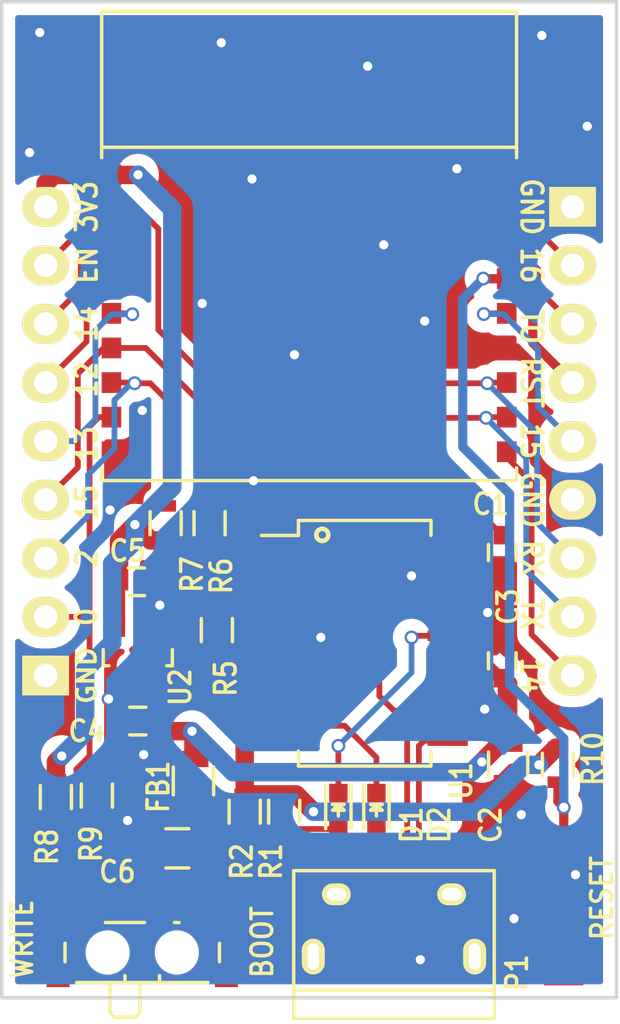
<source format=kicad_pcb>
(kicad_pcb (version 4) (host pcbnew 4.0.0-rc1-stable)

  (general
    (links 73)
    (no_connects 0)
    (area 140.259999 69.774999 167.080001 113.105001)
    (thickness 1.6)
    (drawings 26)
    (tracks 326)
    (zones 0)
    (modules 25)
    (nets 28)
  )

  (page A4)
  (layers
    (0 F.Cu signal)
    (31 B.Cu signal)
    (32 B.Adhes user)
    (33 F.Adhes user)
    (34 B.Paste user)
    (35 F.Paste user)
    (36 B.SilkS user)
    (37 F.SilkS user)
    (38 B.Mask user)
    (39 F.Mask user)
    (40 Dwgs.User user)
    (41 Cmts.User user)
    (42 Eco1.User user)
    (43 Eco2.User user)
    (44 Edge.Cuts user)
    (45 Margin user)
    (46 B.CrtYd user)
    (47 F.CrtYd user)
    (48 B.Fab user)
    (49 F.Fab user)
  )

  (setup
    (last_trace_width 0.25)
    (trace_clearance 0.2)
    (zone_clearance 0.508)
    (zone_45_only no)
    (trace_min 0.2)
    (segment_width 0.2)
    (edge_width 0.15)
    (via_size 0.6)
    (via_drill 0.4)
    (via_min_size 0.4)
    (via_min_drill 0.3)
    (uvia_size 0.3)
    (uvia_drill 0.1)
    (uvias_allowed yes)
    (uvia_min_size 0.2)
    (uvia_min_drill 0.1)
    (pcb_text_width 0.3)
    (pcb_text_size 1.5 1.5)
    (mod_edge_width 0.15)
    (mod_text_size 0.8 0.9)
    (mod_text_width 0.154)
    (pad_size 1.524 1.524)
    (pad_drill 0.762)
    (pad_to_mask_clearance 0.2)
    (aux_axis_origin 0 0)
    (grid_origin 140.208 113.157)
    (visible_elements 7FFEFFFF)
    (pcbplotparams
      (layerselection 0x010f0_80000001)
      (usegerberextensions true)
      (excludeedgelayer true)
      (linewidth 0.100000)
      (plotframeref false)
      (viasonmask true)
      (mode 1)
      (useauxorigin false)
      (hpglpennumber 1)
      (hpglpenspeed 20)
      (hpglpendiameter 15)
      (hpglpenoverlay 2)
      (psnegative false)
      (psa4output false)
      (plotreference true)
      (plotvalue true)
      (plotinvisibletext false)
      (padsonsilk false)
      (subtractmaskfromsilk true)
      (outputformat 1)
      (mirror false)
      (drillshape 0)
      (scaleselection 1)
      (outputdirectory "../../../Google ドライブ/esp8266/esp8266_devboard_GBR/"))
  )

  (net 0 "")
  (net 1 "Net-(C1-Pad1)")
  (net 2 GND)
  (net 3 "Net-(D1-Pad2)")
  (net 4 /CBUS1)
  (net 5 "Net-(D2-Pad2)")
  (net 6 /CBUS2)
  (net 7 /GPIO0)
  (net 8 /GPIO2)
  (net 9 /GPIO15)
  (net 10 /GPIO13)
  (net 11 /GPIO12)
  (net 12 /GPIO14)
  (net 13 /EN)
  (net 14 /GPIO16)
  (net 15 /TOUT)
  (net 16 /RST)
  (net 17 /GPIO5)
  (net 18 /GPIO4)
  (net 19 /USBDM)
  (net 20 /USBDP)
  (net 21 "Net-(R8-Pad2)")
  (net 22 "Net-(R9-Pad1)")
  (net 23 "Net-(C6-Pad1)")
  (net 24 /RX-TX)
  (net 25 /TX-RX)
  (net 26 +5V)
  (net 27 +3V3)

  (net_class Default "これは標準のネット クラスです。"
    (clearance 0.2)
    (trace_width 0.25)
    (via_dia 0.6)
    (via_drill 0.4)
    (uvia_dia 0.3)
    (uvia_drill 0.1)
    (add_net /CBUS1)
    (add_net /CBUS2)
    (add_net /EN)
    (add_net /GPIO0)
    (add_net /GPIO12)
    (add_net /GPIO13)
    (add_net /GPIO14)
    (add_net /GPIO15)
    (add_net /GPIO16)
    (add_net /GPIO2)
    (add_net /GPIO4)
    (add_net /GPIO5)
    (add_net /RX-TX)
    (add_net /TOUT)
    (add_net /TX-RX)
    (add_net /USBDM)
    (add_net /USBDP)
    (add_net "Net-(C1-Pad1)")
    (add_net "Net-(D1-Pad2)")
    (add_net "Net-(D2-Pad2)")
    (add_net "Net-(R8-Pad2)")
    (add_net "Net-(R9-Pad1)")
  )

  (net_class Bold ""
    (clearance 0.2)
    (trace_width 0.4)
    (via_dia 0.6)
    (via_drill 0.4)
    (uvia_dia 0.3)
    (uvia_drill 0.1)
    (add_net /RST)
    (add_net GND)
    (add_net "Net-(C6-Pad1)")
  )

  (net_class PWR ""
    (clearance 0.2)
    (trace_width 0.8)
    (via_dia 0.6)
    (via_drill 0.4)
    (uvia_dia 0.3)
    (uvia_drill 0.1)
    (add_net +3V3)
    (add_net +5V)
  )

  (module Capacitors_SMD:C_0603 (layer F.Cu) (tedit 5690D213) (tstamp 5688C36C)
    (at 162.052 93.726 270)
    (descr "Capacitor SMD 0603, reflow soldering, AVX (see smccp.pdf)")
    (tags "capacitor 0603")
    (path /5683419A)
    (attr smd)
    (fp_text reference C1 (at -2.0955 0.508 360) (layer F.SilkS)
      (effects (font (size 0.9 0.8) (thickness 0.154)))
    )
    (fp_text value 100nF (at 0 1.9 270) (layer F.Fab)
      (effects (font (size 0.9 0.8) (thickness 0.154)))
    )
    (fp_line (start -1.45 -0.75) (end 1.45 -0.75) (layer F.CrtYd) (width 0.05))
    (fp_line (start -1.45 0.75) (end 1.45 0.75) (layer F.CrtYd) (width 0.05))
    (fp_line (start -1.45 -0.75) (end -1.45 0.75) (layer F.CrtYd) (width 0.05))
    (fp_line (start 1.45 -0.75) (end 1.45 0.75) (layer F.CrtYd) (width 0.05))
    (fp_line (start -0.35 -0.6) (end 0.35 -0.6) (layer F.SilkS) (width 0.15))
    (fp_line (start 0.35 0.6) (end -0.35 0.6) (layer F.SilkS) (width 0.15))
    (pad 1 smd rect (at -0.75 0 270) (size 0.8 0.75) (layers F.Cu F.Paste F.Mask)
      (net 1 "Net-(C1-Pad1)"))
    (pad 2 smd rect (at 0.75 0 270) (size 0.8 0.75) (layers F.Cu F.Paste F.Mask)
      (net 2 GND))
    (model Capacitors_SMD.3dshapes/C_0603.wrl
      (at (xyz 0 0 0))
      (scale (xyz 1 1 1))
      (rotate (xyz 0 0 0))
    )
  )

  (module Capacitors_SMD:C_0805 (layer F.Cu) (tedit 5688CA54) (tstamp 5688BA3B)
    (at 147.955 106.553 180)
    (descr "Capacitor SMD 0805, reflow soldering, AVX (see smccp.pdf)")
    (tags "capacitor 0805")
    (path /56859056)
    (attr smd)
    (fp_text reference C6 (at 2.6035 -1.016 180) (layer F.SilkS)
      (effects (font (size 0.9 0.8) (thickness 0.154)))
    )
    (fp_text value 10uF (at 0 2.1 180) (layer F.Fab)
      (effects (font (size 0.9 0.8) (thickness 0.154)))
    )
    (fp_line (start -1.8 -1) (end 1.8 -1) (layer F.CrtYd) (width 0.05))
    (fp_line (start -1.8 1) (end 1.8 1) (layer F.CrtYd) (width 0.05))
    (fp_line (start -1.8 -1) (end -1.8 1) (layer F.CrtYd) (width 0.05))
    (fp_line (start 1.8 -1) (end 1.8 1) (layer F.CrtYd) (width 0.05))
    (fp_line (start 0.5 -0.85) (end -0.5 -0.85) (layer F.SilkS) (width 0.15))
    (fp_line (start -0.5 0.85) (end 0.5 0.85) (layer F.SilkS) (width 0.15))
    (pad 1 smd rect (at -1 0 180) (size 1 1.25) (layers F.Cu F.Paste F.Mask)
      (net 23 "Net-(C6-Pad1)"))
    (pad 2 smd rect (at 1 0 180) (size 1 1.25) (layers F.Cu F.Paste F.Mask)
      (net 2 GND))
    (model Capacitors_SMD.3dshapes/C_0805.wrl
      (at (xyz 0 0 0))
      (scale (xyz 1 1 1))
      (rotate (xyz 0 0 0))
    )
  )

  (module Housings_SSOP:SSOP-28_5.3x10.2mm_Pitch0.65mm (layer F.Cu) (tedit 5688C3F6) (tstamp 5688B7A4)
    (at 156.083 97.663)
    (descr "28-Lead Plastic Shrink Small Outline (SS)-5.30 mm Body [SSOP] (see Microchip Packaging Specification 00000049BS.pdf)")
    (tags "SSOP 0.65")
    (path /5688B452)
    (attr smd)
    (fp_text reference U1 (at 4.191 5.969 90) (layer F.SilkS)
      (effects (font (size 0.9 0.8) (thickness 0.154)))
    )
    (fp_text value FT232R (at 0 6.25) (layer F.Fab)
      (effects (font (size 0.9 0.8) (thickness 0.154)))
    )
    (fp_line (start -4.75 -5.5) (end -4.75 5.5) (layer F.CrtYd) (width 0.05))
    (fp_line (start 4.75 -5.5) (end 4.75 5.5) (layer F.CrtYd) (width 0.05))
    (fp_line (start -4.75 -5.5) (end 4.75 -5.5) (layer F.CrtYd) (width 0.05))
    (fp_line (start -4.75 5.5) (end 4.75 5.5) (layer F.CrtYd) (width 0.05))
    (fp_line (start -2.875 -5.325) (end -2.875 -4.675) (layer F.SilkS) (width 0.15))
    (fp_line (start 2.875 -5.325) (end 2.875 -4.675) (layer F.SilkS) (width 0.15))
    (fp_line (start 2.875 5.325) (end 2.875 4.675) (layer F.SilkS) (width 0.15))
    (fp_line (start -2.875 5.325) (end -2.875 4.675) (layer F.SilkS) (width 0.15))
    (fp_line (start -2.875 -5.325) (end 2.875 -5.325) (layer F.SilkS) (width 0.15))
    (fp_line (start -2.875 5.325) (end 2.875 5.325) (layer F.SilkS) (width 0.15))
    (fp_line (start -2.875 -4.675) (end -4.475 -4.675) (layer F.SilkS) (width 0.15))
    (pad 1 smd rect (at -3.6 -4.225) (size 1.75 0.45) (layers F.Cu F.Paste F.Mask)
      (net 25 /TX-RX))
    (pad 2 smd rect (at -3.6 -3.575) (size 1.75 0.45) (layers F.Cu F.Paste F.Mask))
    (pad 3 smd rect (at -3.6 -2.925) (size 1.75 0.45) (layers F.Cu F.Paste F.Mask))
    (pad 4 smd rect (at -3.6 -2.275) (size 1.75 0.45) (layers F.Cu F.Paste F.Mask)
      (net 1 "Net-(C1-Pad1)"))
    (pad 5 smd rect (at -3.6 -1.625) (size 1.75 0.45) (layers F.Cu F.Paste F.Mask)
      (net 24 /RX-TX))
    (pad 6 smd rect (at -3.6 -0.975) (size 1.75 0.45) (layers F.Cu F.Paste F.Mask))
    (pad 7 smd rect (at -3.6 -0.325) (size 1.75 0.45) (layers F.Cu F.Paste F.Mask)
      (net 2 GND))
    (pad 8 smd rect (at -3.6 0.325) (size 1.75 0.45) (layers F.Cu F.Paste F.Mask))
    (pad 9 smd rect (at -3.6 0.975) (size 1.75 0.45) (layers F.Cu F.Paste F.Mask))
    (pad 10 smd rect (at -3.6 1.625) (size 1.75 0.45) (layers F.Cu F.Paste F.Mask))
    (pad 11 smd rect (at -3.6 2.275) (size 1.75 0.45) (layers F.Cu F.Paste F.Mask))
    (pad 12 smd rect (at -3.6 2.925) (size 1.75 0.45) (layers F.Cu F.Paste F.Mask))
    (pad 13 smd rect (at -3.6 3.575) (size 1.75 0.45) (layers F.Cu F.Paste F.Mask)
      (net 6 /CBUS2))
    (pad 14 smd rect (at -3.6 4.225) (size 1.75 0.45) (layers F.Cu F.Paste F.Mask))
    (pad 15 smd rect (at 3.6 4.225) (size 1.75 0.45) (layers F.Cu F.Paste F.Mask)
      (net 20 /USBDP))
    (pad 16 smd rect (at 3.6 3.575) (size 1.75 0.45) (layers F.Cu F.Paste F.Mask)
      (net 19 /USBDM))
    (pad 17 smd rect (at 3.6 2.925) (size 1.75 0.45) (layers F.Cu F.Paste F.Mask)
      (net 1 "Net-(C1-Pad1)"))
    (pad 18 smd rect (at 3.6 2.275) (size 1.75 0.45) (layers F.Cu F.Paste F.Mask)
      (net 2 GND))
    (pad 19 smd rect (at 3.6 1.625) (size 1.75 0.45) (layers F.Cu F.Paste F.Mask))
    (pad 20 smd rect (at 3.6 0.975) (size 1.75 0.45) (layers F.Cu F.Paste F.Mask)
      (net 26 +5V))
    (pad 21 smd rect (at 3.6 0.325) (size 1.75 0.45) (layers F.Cu F.Paste F.Mask)
      (net 2 GND))
    (pad 22 smd rect (at 3.6 -0.325) (size 1.75 0.45) (layers F.Cu F.Paste F.Mask)
      (net 4 /CBUS1))
    (pad 23 smd rect (at 3.6 -0.975) (size 1.75 0.45) (layers F.Cu F.Paste F.Mask))
    (pad 24 smd rect (at 3.6 -1.625) (size 1.75 0.45) (layers F.Cu F.Paste F.Mask))
    (pad 25 smd rect (at 3.6 -2.275) (size 1.75 0.45) (layers F.Cu F.Paste F.Mask)
      (net 2 GND))
    (pad 26 smd rect (at 3.6 -2.925) (size 1.75 0.45) (layers F.Cu F.Paste F.Mask)
      (net 2 GND))
    (pad 27 smd rect (at 3.6 -3.575) (size 1.75 0.45) (layers F.Cu F.Paste F.Mask))
    (pad 28 smd rect (at 3.6 -4.225) (size 1.75 0.45) (layers F.Cu F.Paste F.Mask))
    (model Housings_SSOP.3dshapes/SSOP-28_5.3x10.2mm_Pitch0.65mm.wrl
      (at (xyz 0 0 0))
      (scale (xyz 1 1 1))
      (rotate (xyz 0 0 0))
    )
  )

  (module Capacitors_SMD:C_0805 (layer F.Cu) (tedit 5688BC5E) (tstamp 5688B799)
    (at 162.306 102.87 270)
    (descr "Capacitor SMD 0805, reflow soldering, AVX (see smccp.pdf)")
    (tags "capacitor 0805")
    (path /5688E0B4)
    (attr smd)
    (fp_text reference C2 (at 2.667 0.762 270) (layer F.SilkS)
      (effects (font (size 0.9 0.8) (thickness 0.154)))
    )
    (fp_text value 4.7uF (at 0 2.1 270) (layer F.Fab)
      (effects (font (size 0.9 0.8) (thickness 0.154)))
    )
    (fp_line (start -1.8 -1) (end 1.8 -1) (layer F.CrtYd) (width 0.05))
    (fp_line (start -1.8 1) (end 1.8 1) (layer F.CrtYd) (width 0.05))
    (fp_line (start -1.8 -1) (end -1.8 1) (layer F.CrtYd) (width 0.05))
    (fp_line (start 1.8 -1) (end 1.8 1) (layer F.CrtYd) (width 0.05))
    (fp_line (start 0.5 -0.85) (end -0.5 -0.85) (layer F.SilkS) (width 0.15))
    (fp_line (start -0.5 0.85) (end 0.5 0.85) (layer F.SilkS) (width 0.15))
    (pad 1 smd rect (at -1 0 270) (size 1 1.25) (layers F.Cu F.Paste F.Mask)
      (net 26 +5V))
    (pad 2 smd rect (at 1 0 270) (size 1 1.25) (layers F.Cu F.Paste F.Mask)
      (net 2 GND))
    (model Capacitors_SMD.3dshapes/C_0805.wrl
      (at (xyz 0 0 0))
      (scale (xyz 1 1 1))
      (rotate (xyz 0 0 0))
    )
  )

  (module header:Pin_Header_Straight_1x09 (layer F.Cu) (tedit 56853023) (tstamp 56852E78)
    (at 165.1 78.74)
    (descr "Through hole pin header")
    (tags "pin header")
    (path /56828A66)
    (fp_text reference P3 (at 0.508 22.86) (layer F.SilkS) hide
      (effects (font (size 0.9 0.8) (thickness 0.154)))
    )
    (fp_text value CONN_01X09 (at 0 10.414 90) (layer F.Fab)
      (effects (font (size 0.9 0.8) (thickness 0.154)))
    )
    (fp_line (start -1.75 -1.75) (end -1.75 22.1) (layer F.CrtYd) (width 0.05))
    (fp_line (start 1.75 -1.75) (end 1.75 22.1) (layer F.CrtYd) (width 0.05))
    (fp_line (start -1.75 -1.75) (end 1.75 -1.75) (layer F.CrtYd) (width 0.05))
    (fp_line (start -1.75 22.1) (end 1.75 22.1) (layer F.CrtYd) (width 0.05))
    (pad 1 thru_hole rect (at 0 0) (size 2.032 1.7272) (drill 1.016) (layers *.Cu *.Mask F.SilkS)
      (net 2 GND))
    (pad 2 thru_hole oval (at 0 2.54) (size 2.032 1.7272) (drill 1.016) (layers *.Cu *.Mask F.SilkS)
      (net 14 /GPIO16))
    (pad 3 thru_hole oval (at 0 5.08) (size 2.032 1.7272) (drill 1.016) (layers *.Cu *.Mask F.SilkS)
      (net 15 /TOUT))
    (pad 4 thru_hole oval (at 0 7.62) (size 2.032 1.7272) (drill 1.016) (layers *.Cu *.Mask F.SilkS)
      (net 16 /RST))
    (pad 5 thru_hole oval (at 0 10.16) (size 2.032 1.7272) (drill 1.016) (layers *.Cu *.Mask F.SilkS)
      (net 17 /GPIO5))
    (pad 6 thru_hole oval (at 0 12.7) (size 2.032 1.7272) (drill 1.016) (layers *.Cu *.Mask F.SilkS)
      (net 2 GND))
    (pad 7 thru_hole oval (at 0 15.24) (size 2.032 1.7272) (drill 1.016) (layers *.Cu *.Mask F.SilkS)
      (net 24 /RX-TX))
    (pad 8 thru_hole oval (at 0 17.78) (size 2.032 1.7272) (drill 1.016) (layers *.Cu *.Mask F.SilkS)
      (net 25 /TX-RX))
    (pad 9 thru_hole oval (at 0 20.32) (size 2.032 1.7272) (drill 1.016) (layers *.Cu *.Mask F.SilkS)
      (net 18 /GPIO4))
    (model Pin_Headers.3dshapes/Pin_Header_Straight_1x09.wrl
      (at (xyz 0 -0.4 0))
      (scale (xyz 1 1 1))
      (rotate (xyz 0 0 90))
    )
  )

  (module header:Pin_Header_Straight_1x09 (layer F.Cu) (tedit 56852CA8) (tstamp 56852E68)
    (at 142.24 99.06 180)
    (descr "Through hole pin header")
    (tags "pin header")
    (path /568289FA)
    (fp_text reference P2 (at -0.762 23.114 180) (layer F.SilkS) hide
      (effects (font (size 0.9 0.8) (thickness 0.154)))
    )
    (fp_text value CONN_01X09 (at 0 10.414 270) (layer F.Fab)
      (effects (font (size 0.9 0.8) (thickness 0.154)))
    )
    (fp_line (start -1.75 -1.75) (end -1.75 22.1) (layer F.CrtYd) (width 0.05))
    (fp_line (start 1.75 -1.75) (end 1.75 22.1) (layer F.CrtYd) (width 0.05))
    (fp_line (start -1.75 -1.75) (end 1.75 -1.75) (layer F.CrtYd) (width 0.05))
    (fp_line (start -1.75 22.1) (end 1.75 22.1) (layer F.CrtYd) (width 0.05))
    (pad 1 thru_hole rect (at 0 0 180) (size 2.032 1.7272) (drill 1.016) (layers *.Cu *.Mask F.SilkS)
      (net 2 GND))
    (pad 2 thru_hole oval (at 0 2.54 180) (size 2.032 1.7272) (drill 1.016) (layers *.Cu *.Mask F.SilkS)
      (net 7 /GPIO0))
    (pad 3 thru_hole oval (at 0 5.08 180) (size 2.032 1.7272) (drill 1.016) (layers *.Cu *.Mask F.SilkS)
      (net 8 /GPIO2))
    (pad 4 thru_hole oval (at 0 7.62 180) (size 2.032 1.7272) (drill 1.016) (layers *.Cu *.Mask F.SilkS)
      (net 9 /GPIO15))
    (pad 5 thru_hole oval (at 0 10.16 180) (size 2.032 1.7272) (drill 1.016) (layers *.Cu *.Mask F.SilkS)
      (net 10 /GPIO13))
    (pad 6 thru_hole oval (at 0 12.7 180) (size 2.032 1.7272) (drill 1.016) (layers *.Cu *.Mask F.SilkS)
      (net 11 /GPIO12))
    (pad 7 thru_hole oval (at 0 15.24 180) (size 2.032 1.7272) (drill 1.016) (layers *.Cu *.Mask F.SilkS)
      (net 12 /GPIO14))
    (pad 8 thru_hole oval (at 0 17.78 180) (size 2.032 1.7272) (drill 1.016) (layers *.Cu *.Mask F.SilkS)
      (net 13 /EN))
    (pad 9 thru_hole oval (at 0 20.32 180) (size 2.032 1.7272) (drill 1.016) (layers *.Cu *.Mask F.SilkS)
      (net 27 +3V3))
    (model Pin_Headers.3dshapes/Pin_Header_Straight_1x09.wrl
      (at (xyz 0 -0.4 0))
      (scale (xyz 1 1 1))
      (rotate (xyz 0 0 90))
    )
  )

  (module Resistors_SMD:R_0805 (layer F.Cu) (tedit 56890BEC) (tstamp 5684F4F2)
    (at 148.6535 103.632 90)
    (descr "Resistor SMD 0805, reflow soldering, Vishay (see dcrcw.pdf)")
    (tags "resistor 0805")
    (path /56858CE1)
    (attr smd)
    (fp_text reference FB1 (at -0.254 -1.524 90) (layer F.SilkS)
      (effects (font (size 0.9 0.8) (thickness 0.154)))
    )
    (fp_text value 600mA (at 0 2.1 90) (layer F.Fab)
      (effects (font (size 0.9 0.8) (thickness 0.154)))
    )
    (fp_line (start -1.6 -1) (end 1.6 -1) (layer F.CrtYd) (width 0.05))
    (fp_line (start -1.6 1) (end 1.6 1) (layer F.CrtYd) (width 0.05))
    (fp_line (start -1.6 -1) (end -1.6 1) (layer F.CrtYd) (width 0.05))
    (fp_line (start 1.6 -1) (end 1.6 1) (layer F.CrtYd) (width 0.05))
    (fp_line (start 0.6 0.875) (end -0.6 0.875) (layer F.SilkS) (width 0.15))
    (fp_line (start -0.6 -0.875) (end 0.6 -0.875) (layer F.SilkS) (width 0.15))
    (pad 1 smd rect (at -0.95 0 90) (size 0.7 1.3) (layers F.Cu F.Paste F.Mask)
      (net 23 "Net-(C6-Pad1)"))
    (pad 2 smd rect (at 0.95 0 90) (size 0.7 1.3) (layers F.Cu F.Paste F.Mask)
      (net 26 +5V))
    (model Resistors_SMD.3dshapes/R_0805.wrl
      (at (xyz 0 0 0))
      (scale (xyz 1 1 1))
      (rotate (xyz 0 0 0))
    )
  )

  (module b3u_1110:b3u_1110 (layer F.Cu) (tedit 5687ADC4) (tstamp 5683B017)
    (at 164.719 109.093 90)
    (path /5683C8E1)
    (fp_text reference SW2 (at -2.54 1.778 90) (layer F.SilkS) hide
      (effects (font (size 0.9 0.8) (thickness 0.154)))
    )
    (fp_text value RESET (at 0 0 90) (layer F.Fab)
      (effects (font (size 0.9 0.8) (thickness 0.154)))
    )
    (pad 1 smd rect (at -3 0 90) (size 0.8 1.7) (layers F.Cu F.Paste F.Mask)
      (net 2 GND))
    (pad 2 smd rect (at 3 0 90) (size 0.8 1.7) (layers F.Cu F.Paste F.Mask)
      (net 16 /RST))
  )

  (module TO_SOT_Packages_SMD:SOT-23 (layer F.Cu) (tedit 5688BF2A) (tstamp 5683ABD6)
    (at 146.238 97.987 180)
    (descr "SOT-23, Standard")
    (tags SOT-23)
    (path /568286B4)
    (attr smd)
    (fp_text reference U2 (at -1.844 -1.581 450) (layer F.SilkS)
      (effects (font (size 0.9 0.8) (thickness 0.154)))
    )
    (fp_text value XC6206 (at 0 0 180) (layer F.Fab)
      (effects (font (size 0.9 0.8) (thickness 0.154)))
    )
    (fp_line (start -1.65 -1.6) (end 1.65 -1.6) (layer F.CrtYd) (width 0.05))
    (fp_line (start 1.65 -1.6) (end 1.65 1.6) (layer F.CrtYd) (width 0.05))
    (fp_line (start 1.65 1.6) (end -1.65 1.6) (layer F.CrtYd) (width 0.05))
    (fp_line (start -1.65 1.6) (end -1.65 -1.6) (layer F.CrtYd) (width 0.05))
    (fp_line (start 1.29916 -0.65024) (end 1.2509 -0.65024) (layer F.SilkS) (width 0.15))
    (fp_line (start -1.49982 0.0508) (end -1.49982 -0.65024) (layer F.SilkS) (width 0.15))
    (fp_line (start -1.49982 -0.65024) (end -1.2509 -0.65024) (layer F.SilkS) (width 0.15))
    (fp_line (start 1.29916 -0.65024) (end 1.49982 -0.65024) (layer F.SilkS) (width 0.15))
    (fp_line (start 1.49982 -0.65024) (end 1.49982 0.0508) (layer F.SilkS) (width 0.15))
    (pad 1 smd rect (at -0.95 1.00076 180) (size 0.8001 0.8001) (layers F.Cu F.Paste F.Mask)
      (net 2 GND))
    (pad 2 smd rect (at 0.95 1.00076 180) (size 0.8001 0.8001) (layers F.Cu F.Paste F.Mask)
      (net 27 +3V3))
    (pad 3 smd rect (at 0 -0.99822 180) (size 0.8001 0.8001) (layers F.Cu F.Paste F.Mask)
      (net 26 +5V))
    (model TO_SOT_Packages_SMD.3dshapes/SOT-23.wrl
      (at (xyz 0 0 0))
      (scale (xyz 1 1 1))
      (rotate (xyz 0 0 0))
    )
  )

  (module Buttons_Switches_SMD:SW_SPDT_PCM12 (layer F.Cu) (tedit 568525A5) (tstamp 5683ABB3)
    (at 146.431 110.744)
    (descr "Ultraminiature Surface Mount Slide Switch")
    (path /5683CA9D)
    (attr smd)
    (fp_text reference SW1 (at -4.2545 -2.3495) (layer F.SilkS) hide
      (effects (font (size 0.9 0.8) (thickness 0.154)))
    )
    (fp_text value MODE (at 0 0.254) (layer F.Fab)
      (effects (font (size 0.9 0.8) (thickness 0.154)))
    )
    (fp_line (start 0.75 1.325) (end 0.75 1.625) (layer F.SilkS) (width 0.15))
    (fp_line (start -0.75 1.325) (end -0.75 1.625) (layer F.SilkS) (width 0.15))
    (fp_line (start 1.4 -0.975) (end 1.6 -0.975) (layer F.SilkS) (width 0.15))
    (fp_line (start -4.4 -2.45) (end 4.4 -2.45) (layer F.CrtYd) (width 0.05))
    (fp_line (start 4.4 -2.45) (end 4.4 2.1) (layer F.CrtYd) (width 0.05))
    (fp_line (start 4.4 2.1) (end 1.65 2.1) (layer F.CrtYd) (width 0.05))
    (fp_line (start 1.65 2.1) (end 1.65 3.4) (layer F.CrtYd) (width 0.05))
    (fp_line (start 1.65 3.4) (end -1.65 3.4) (layer F.CrtYd) (width 0.05))
    (fp_line (start -1.65 3.4) (end -1.65 2.1) (layer F.CrtYd) (width 0.05))
    (fp_line (start -1.65 2.1) (end -4.4 2.1) (layer F.CrtYd) (width 0.05))
    (fp_line (start -4.4 2.1) (end -4.4 -2.45) (layer F.CrtYd) (width 0.05))
    (fp_line (start -1.4 2.925) (end -1.2 3.125) (layer F.SilkS) (width 0.15))
    (fp_line (start -0.1 2.925) (end -0.3 3.125) (layer F.SilkS) (width 0.15))
    (fp_line (start -1.4 1.625) (end -1.4 2.925) (layer F.SilkS) (width 0.15))
    (fp_line (start -1.2 3.125) (end -0.3 3.125) (layer F.SilkS) (width 0.15))
    (fp_line (start -0.1 2.925) (end -0.1 1.625) (layer F.SilkS) (width 0.15))
    (fp_line (start -2.85 1.625) (end 2.85 1.625) (layer F.SilkS) (width 0.15))
    (fp_line (start -1.6 -0.975) (end 0.1 -0.975) (layer F.SilkS) (width 0.15))
    (fp_line (start -3.35 -0.075) (end -3.35 0.725) (layer F.SilkS) (width 0.15))
    (fp_line (start 3.35 0.725) (end 3.35 -0.075) (layer F.SilkS) (width 0.15))
    (pad "" np_thru_hole circle (at -1.5 0.325) (size 0.9 0.9) (drill 0.9) (layers *.Cu *.Mask))
    (pad "" np_thru_hole circle (at 1.5 0.325) (size 0.9 0.9) (drill 0.9) (layers *.Cu *.Mask))
    (pad 1 smd rect (at -2.25 -1.425) (size 0.7 1.5) (layers F.Cu F.Paste F.Mask)
      (net 21 "Net-(R8-Pad2)"))
    (pad 2 smd rect (at 0.75 -1.425) (size 0.7 1.5) (layers F.Cu F.Paste F.Mask)
      (net 7 /GPIO0))
    (pad 3 smd rect (at 2.25 -1.425) (size 0.7 1.5) (layers F.Cu F.Paste F.Mask)
      (net 22 "Net-(R9-Pad1)"))
    (pad "" smd rect (at -3.65 1.425) (size 1 0.8) (layers F.Cu F.Paste F.Mask))
    (pad "" smd rect (at 3.65 1.425) (size 1 0.8) (layers F.Cu F.Paste F.Mask))
    (pad "" smd rect (at 3.65 -0.775) (size 1 0.8) (layers F.Cu F.Paste F.Mask))
    (pad "" smd rect (at -3.65 -0.775) (size 1 0.8) (layers F.Cu F.Paste F.Mask))
  )

  (module Resistors_SMD:R_0603 (layer F.Cu) (tedit 5685301D) (tstamp 5683ABA6)
    (at 164.465 102.9335 270)
    (descr "Resistor SMD 0603, reflow soldering, Vishay (see dcrcw.pdf)")
    (tags "resistor 0603")
    (path /5684465F)
    (attr smd)
    (fp_text reference R10 (at -0.2605 -1.5265 450) (layer F.SilkS)
      (effects (font (size 0.9 0.8) (thickness 0.154)))
    )
    (fp_text value 10k (at 0 0 270) (layer F.Fab)
      (effects (font (size 0.9 0.8) (thickness 0.154)))
    )
    (fp_line (start -1.3 -0.8) (end 1.3 -0.8) (layer F.CrtYd) (width 0.05))
    (fp_line (start -1.3 0.8) (end 1.3 0.8) (layer F.CrtYd) (width 0.05))
    (fp_line (start -1.3 -0.8) (end -1.3 0.8) (layer F.CrtYd) (width 0.05))
    (fp_line (start 1.3 -0.8) (end 1.3 0.8) (layer F.CrtYd) (width 0.05))
    (fp_line (start 0.5 0.675) (end -0.5 0.675) (layer F.SilkS) (width 0.15))
    (fp_line (start -0.5 -0.675) (end 0.5 -0.675) (layer F.SilkS) (width 0.15))
    (pad 1 smd rect (at -0.75 0 270) (size 0.5 0.9) (layers F.Cu F.Paste F.Mask)
      (net 27 +3V3))
    (pad 2 smd rect (at 0.75 0 270) (size 0.5 0.9) (layers F.Cu F.Paste F.Mask)
      (net 16 /RST))
    (model Resistors_SMD.3dshapes/R_0603.wrl
      (at (xyz 0 0 0))
      (scale (xyz 1 1 1))
      (rotate (xyz 0 0 0))
    )
  )

  (module Resistors_SMD:R_0603 (layer F.Cu) (tedit 5688CA57) (tstamp 5683ABA0)
    (at 144.4625 104.267 90)
    (descr "Resistor SMD 0603, reflow soldering, Vishay (see dcrcw.pdf)")
    (tags "resistor 0603")
    (path /56840D44)
    (attr smd)
    (fp_text reference R9 (at -2.0955 -0.254 90) (layer F.SilkS)
      (effects (font (size 0.9 0.8) (thickness 0.154)))
    )
    (fp_text value 10k (at 0 0 90) (layer F.Fab)
      (effects (font (size 0.9 0.8) (thickness 0.154)))
    )
    (fp_line (start -1.3 -0.8) (end 1.3 -0.8) (layer F.CrtYd) (width 0.05))
    (fp_line (start -1.3 0.8) (end 1.3 0.8) (layer F.CrtYd) (width 0.05))
    (fp_line (start -1.3 -0.8) (end -1.3 0.8) (layer F.CrtYd) (width 0.05))
    (fp_line (start 1.3 -0.8) (end 1.3 0.8) (layer F.CrtYd) (width 0.05))
    (fp_line (start 0.5 0.675) (end -0.5 0.675) (layer F.SilkS) (width 0.15))
    (fp_line (start -0.5 -0.675) (end 0.5 -0.675) (layer F.SilkS) (width 0.15))
    (pad 1 smd rect (at -0.75 0 90) (size 0.5 0.9) (layers F.Cu F.Paste F.Mask)
      (net 22 "Net-(R9-Pad1)"))
    (pad 2 smd rect (at 0.75 0 90) (size 0.5 0.9) (layers F.Cu F.Paste F.Mask)
      (net 2 GND))
    (model Resistors_SMD.3dshapes/R_0603.wrl
      (at (xyz 0 0 0))
      (scale (xyz 1 1 1))
      (rotate (xyz 0 0 0))
    )
  )

  (module Resistors_SMD:R_0603 (layer F.Cu) (tedit 5688BEF1) (tstamp 5683AB9A)
    (at 142.6845 104.3305 270)
    (descr "Resistor SMD 0603, reflow soldering, Vishay (see dcrcw.pdf)")
    (tags "resistor 0603")
    (path /56840DFF)
    (attr smd)
    (fp_text reference R8 (at 2.159 0.381 450) (layer F.SilkS)
      (effects (font (size 0.9 0.8) (thickness 0.154)))
    )
    (fp_text value 10k (at 0 0 270) (layer F.Fab)
      (effects (font (size 0.9 0.8) (thickness 0.154)))
    )
    (fp_line (start -1.3 -0.8) (end 1.3 -0.8) (layer F.CrtYd) (width 0.05))
    (fp_line (start -1.3 0.8) (end 1.3 0.8) (layer F.CrtYd) (width 0.05))
    (fp_line (start -1.3 -0.8) (end -1.3 0.8) (layer F.CrtYd) (width 0.05))
    (fp_line (start 1.3 -0.8) (end 1.3 0.8) (layer F.CrtYd) (width 0.05))
    (fp_line (start 0.5 0.675) (end -0.5 0.675) (layer F.SilkS) (width 0.15))
    (fp_line (start -0.5 -0.675) (end 0.5 -0.675) (layer F.SilkS) (width 0.15))
    (pad 1 smd rect (at -0.75 0 270) (size 0.5 0.9) (layers F.Cu F.Paste F.Mask)
      (net 27 +3V3))
    (pad 2 smd rect (at 0.75 0 270) (size 0.5 0.9) (layers F.Cu F.Paste F.Mask)
      (net 21 "Net-(R8-Pad2)"))
    (model Resistors_SMD.3dshapes/R_0603.wrl
      (at (xyz 0 0 0))
      (scale (xyz 1 1 1))
      (rotate (xyz 0 0 0))
    )
  )

  (module Resistors_SMD:R_0603 (layer F.Cu) (tedit 5690D0E8) (tstamp 5683AB94)
    (at 147.447 92.456 90)
    (descr "Resistor SMD 0603, reflow soldering, Vishay (see dcrcw.pdf)")
    (tags "resistor 0603")
    (path /56845447)
    (attr smd)
    (fp_text reference R7 (at -2.2225 1.143 90) (layer F.SilkS)
      (effects (font (size 0.9 0.8) (thickness 0.154)))
    )
    (fp_text value 10k (at 0 0 90) (layer F.Fab)
      (effects (font (size 0.9 0.8) (thickness 0.154)))
    )
    (fp_line (start -1.3 -0.8) (end 1.3 -0.8) (layer F.CrtYd) (width 0.05))
    (fp_line (start -1.3 0.8) (end 1.3 0.8) (layer F.CrtYd) (width 0.05))
    (fp_line (start -1.3 -0.8) (end -1.3 0.8) (layer F.CrtYd) (width 0.05))
    (fp_line (start 1.3 -0.8) (end 1.3 0.8) (layer F.CrtYd) (width 0.05))
    (fp_line (start 0.5 0.675) (end -0.5 0.675) (layer F.SilkS) (width 0.15))
    (fp_line (start -0.5 -0.675) (end 0.5 -0.675) (layer F.SilkS) (width 0.15))
    (pad 1 smd rect (at -0.75 0 90) (size 0.5 0.9) (layers F.Cu F.Paste F.Mask)
      (net 27 +3V3))
    (pad 2 smd rect (at 0.75 0 90) (size 0.5 0.9) (layers F.Cu F.Paste F.Mask)
      (net 8 /GPIO2))
    (model Resistors_SMD.3dshapes/R_0603.wrl
      (at (xyz 0 0 0))
      (scale (xyz 1 1 1))
      (rotate (xyz 0 0 0))
    )
  )

  (module Resistors_SMD:R_0603 (layer F.Cu) (tedit 5690D0EA) (tstamp 5683AB8E)
    (at 149.352 92.456 90)
    (descr "Resistor SMD 0603, reflow soldering, Vishay (see dcrcw.pdf)")
    (tags "resistor 0603")
    (path /5684535A)
    (attr smd)
    (fp_text reference R6 (at -2.286 0.508 90) (layer F.SilkS)
      (effects (font (size 0.9 0.8) (thickness 0.154)))
    )
    (fp_text value 10k (at 0.254 0 90) (layer F.Fab)
      (effects (font (size 0.9 0.8) (thickness 0.154)))
    )
    (fp_line (start -1.3 -0.8) (end 1.3 -0.8) (layer F.CrtYd) (width 0.05))
    (fp_line (start -1.3 0.8) (end 1.3 0.8) (layer F.CrtYd) (width 0.05))
    (fp_line (start -1.3 -0.8) (end -1.3 0.8) (layer F.CrtYd) (width 0.05))
    (fp_line (start 1.3 -0.8) (end 1.3 0.8) (layer F.CrtYd) (width 0.05))
    (fp_line (start 0.5 0.675) (end -0.5 0.675) (layer F.SilkS) (width 0.15))
    (fp_line (start -0.5 -0.675) (end 0.5 -0.675) (layer F.SilkS) (width 0.15))
    (pad 1 smd rect (at -0.75 0 90) (size 0.5 0.9) (layers F.Cu F.Paste F.Mask)
      (net 27 +3V3))
    (pad 2 smd rect (at 0.75 0 90) (size 0.5 0.9) (layers F.Cu F.Paste F.Mask)
      (net 9 /GPIO15))
    (model Resistors_SMD.3dshapes/R_0603.wrl
      (at (xyz 0 0 0))
      (scale (xyz 1 1 1))
      (rotate (xyz 0 0 0))
    )
  )

  (module Resistors_SMD:R_0603 (layer F.Cu) (tedit 5690D0FE) (tstamp 5683AB88)
    (at 149.6695 97.0915 270)
    (descr "Resistor SMD 0603, reflow soldering, Vishay (see dcrcw.pdf)")
    (tags "resistor 0603")
    (path /56845184)
    (attr smd)
    (fp_text reference R5 (at 2.0955 -0.381 270) (layer F.SilkS)
      (effects (font (size 0.9 0.8) (thickness 0.154)))
    )
    (fp_text value 10k (at 0 0 270) (layer F.Fab)
      (effects (font (size 0.9 0.8) (thickness 0.154)))
    )
    (fp_line (start -1.3 -0.8) (end 1.3 -0.8) (layer F.CrtYd) (width 0.05))
    (fp_line (start -1.3 0.8) (end 1.3 0.8) (layer F.CrtYd) (width 0.05))
    (fp_line (start -1.3 -0.8) (end -1.3 0.8) (layer F.CrtYd) (width 0.05))
    (fp_line (start 1.3 -0.8) (end 1.3 0.8) (layer F.CrtYd) (width 0.05))
    (fp_line (start 0.5 0.675) (end -0.5 0.675) (layer F.SilkS) (width 0.15))
    (fp_line (start -0.5 -0.675) (end 0.5 -0.675) (layer F.SilkS) (width 0.15))
    (pad 1 smd rect (at -0.75 0 270) (size 0.5 0.9) (layers F.Cu F.Paste F.Mask)
      (net 27 +3V3))
    (pad 2 smd rect (at 0.75 0 270) (size 0.5 0.9) (layers F.Cu F.Paste F.Mask)
      (net 13 /EN))
    (model Resistors_SMD.3dshapes/R_0603.wrl
      (at (xyz 0 0 0))
      (scale (xyz 1 1 1))
      (rotate (xyz 0 0 0))
    )
  )

  (module Resistors_SMD:R_0603 (layer F.Cu) (tedit 5688C40C) (tstamp 5683AB76)
    (at 150.876 104.9655 270)
    (descr "Resistor SMD 0603, reflow soldering, Vishay (see dcrcw.pdf)")
    (tags "resistor 0603")
    (path /56836EF0)
    (attr smd)
    (fp_text reference R2 (at 2.159 0.127 270) (layer F.SilkS)
      (effects (font (size 0.9 0.8) (thickness 0.154)))
    )
    (fp_text value 270R (at 0.254 0 270) (layer F.Fab)
      (effects (font (size 0.9 0.8) (thickness 0.154)))
    )
    (fp_line (start -1.3 -0.8) (end 1.3 -0.8) (layer F.CrtYd) (width 0.05))
    (fp_line (start -1.3 0.8) (end 1.3 0.8) (layer F.CrtYd) (width 0.05))
    (fp_line (start -1.3 -0.8) (end -1.3 0.8) (layer F.CrtYd) (width 0.05))
    (fp_line (start 1.3 -0.8) (end 1.3 0.8) (layer F.CrtYd) (width 0.05))
    (fp_line (start 0.5 0.675) (end -0.5 0.675) (layer F.SilkS) (width 0.15))
    (fp_line (start -0.5 -0.675) (end 0.5 -0.675) (layer F.SilkS) (width 0.15))
    (pad 1 smd rect (at -0.75 0 270) (size 0.5 0.9) (layers F.Cu F.Paste F.Mask)
      (net 27 +3V3))
    (pad 2 smd rect (at 0.75 0 270) (size 0.5 0.9) (layers F.Cu F.Paste F.Mask)
      (net 5 "Net-(D2-Pad2)"))
    (model Resistors_SMD.3dshapes/R_0603.wrl
      (at (xyz 0 0 0))
      (scale (xyz 1 1 1))
      (rotate (xyz 0 0 0))
    )
  )

  (module Resistors_SMD:R_0603 (layer F.Cu) (tedit 5691D314) (tstamp 5683AB70)
    (at 152.5905 104.9655 270)
    (descr "Resistor SMD 0603, reflow soldering, Vishay (see dcrcw.pdf)")
    (tags "resistor 0603")
    (path /56836C49)
    (attr smd)
    (fp_text reference R1 (at 2.159 0.5715 450) (layer F.SilkS)
      (effects (font (size 0.9 0.8) (thickness 0.154)))
    )
    (fp_text value 270R (at 0.254 0 270) (layer F.Fab)
      (effects (font (size 0.9 0.8) (thickness 0.154)))
    )
    (fp_line (start -1.3 -0.8) (end 1.3 -0.8) (layer F.CrtYd) (width 0.05))
    (fp_line (start -1.3 0.8) (end 1.3 0.8) (layer F.CrtYd) (width 0.05))
    (fp_line (start -1.3 -0.8) (end -1.3 0.8) (layer F.CrtYd) (width 0.05))
    (fp_line (start 1.3 -0.8) (end 1.3 0.8) (layer F.CrtYd) (width 0.05))
    (fp_line (start 0.5 0.675) (end -0.5 0.675) (layer F.SilkS) (width 0.15))
    (fp_line (start -0.5 -0.675) (end 0.5 -0.675) (layer F.SilkS) (width 0.15))
    (pad 1 smd rect (at -0.75 0 270) (size 0.5 0.9) (layers F.Cu F.Paste F.Mask)
      (net 27 +3V3))
    (pad 2 smd rect (at 0.75 0 270) (size 0.5 0.9) (layers F.Cu F.Paste F.Mask)
      (net 3 "Net-(D1-Pad2)"))
    (model Resistors_SMD.3dshapes/R_0603.wrl
      (at (xyz 0 0 0))
      (scale (xyz 1 1 1))
      (rotate (xyz 0 0 0))
    )
  )

  (module Connect:USB_Micro-B (layer F.Cu) (tedit 56853026) (tstamp 5683AB50)
    (at 157.353 110.109)
    (descr "Micro USB Type B Receptacle")
    (tags "USB USB_B USB_micro USB_OTG")
    (path /5682BDD2)
    (attr smd)
    (fp_text reference P1 (at 5.3365 1.835 270) (layer F.SilkS)
      (effects (font (size 0.9 0.8) (thickness 0.154)))
    )
    (fp_text value USB_OTG (at 0 0.254) (layer F.Fab)
      (effects (font (size 0.9 0.8) (thickness 0.154)))
    )
    (fp_line (start -4.6 -2.8) (end 4.6 -2.8) (layer F.CrtYd) (width 0.05))
    (fp_line (start 4.6 -2.8) (end 4.6 4.05) (layer F.CrtYd) (width 0.05))
    (fp_line (start 4.6 4.05) (end -4.6 4.05) (layer F.CrtYd) (width 0.05))
    (fp_line (start -4.6 4.05) (end -4.6 -2.8) (layer F.CrtYd) (width 0.05))
    (fp_line (start -4.3509 3.81746) (end 4.3491 3.81746) (layer F.SilkS) (width 0.15))
    (fp_line (start -4.3509 -2.58754) (end 4.3491 -2.58754) (layer F.SilkS) (width 0.15))
    (fp_line (start 4.3491 -2.58754) (end 4.3491 3.81746) (layer F.SilkS) (width 0.15))
    (fp_line (start 4.3491 2.58746) (end -4.3509 2.58746) (layer F.SilkS) (width 0.15))
    (fp_line (start -4.3509 3.81746) (end -4.3509 -2.58754) (layer F.SilkS) (width 0.15))
    (pad 1 smd rect (at -1.3009 -1.56254 90) (size 1.35 0.4) (layers F.Cu F.Paste F.Mask)
      (net 23 "Net-(C6-Pad1)"))
    (pad 2 smd rect (at -0.6509 -1.56254 90) (size 1.35 0.4) (layers F.Cu F.Paste F.Mask)
      (net 19 /USBDM))
    (pad 3 smd rect (at -0.0009 -1.56254 90) (size 1.35 0.4) (layers F.Cu F.Paste F.Mask)
      (net 20 /USBDP))
    (pad 4 smd rect (at 0.6491 -1.56254 90) (size 1.35 0.4) (layers F.Cu F.Paste F.Mask))
    (pad 5 smd rect (at 1.2991 -1.56254 90) (size 1.35 0.4) (layers F.Cu F.Paste F.Mask)
      (net 2 GND))
    (pad 6 thru_hole oval (at -2.5009 -1.56254 90) (size 0.95 1.25) (drill oval 0.55 0.85) (layers *.Cu *.Mask F.SilkS)
      (net 2 GND))
    (pad 6 thru_hole oval (at 2.4991 -1.56254 90) (size 0.95 1.25) (drill oval 0.55 0.85) (layers *.Cu *.Mask F.SilkS)
      (net 2 GND))
    (pad 6 thru_hole oval (at -3.5009 1.13746 90) (size 1.55 1) (drill oval 1.15 0.5) (layers *.Cu *.Mask F.SilkS)
      (net 2 GND))
    (pad 6 thru_hole oval (at 3.4991 1.13746 90) (size 1.55 1) (drill oval 1.15 0.5) (layers *.Cu *.Mask F.SilkS)
      (net 2 GND))
  )

  (module Capacitors_SMD:C_0603 (layer F.Cu) (tedit 5690D0BD) (tstamp 5683AB37)
    (at 146.177 94.996)
    (descr "Capacitor SMD 0603, reflow soldering, AVX (see smccp.pdf)")
    (tags "capacitor 0603")
    (path /5682F641)
    (attr smd)
    (fp_text reference C5 (at -0.381 -1.3335 180) (layer F.SilkS)
      (effects (font (size 0.9 0.8) (thickness 0.154)))
    )
    (fp_text value 10uF (at 0 0) (layer F.Fab)
      (effects (font (size 0.9 0.8) (thickness 0.154)))
    )
    (fp_line (start -1.45 -0.75) (end 1.45 -0.75) (layer F.CrtYd) (width 0.05))
    (fp_line (start -1.45 0.75) (end 1.45 0.75) (layer F.CrtYd) (width 0.05))
    (fp_line (start -1.45 -0.75) (end -1.45 0.75) (layer F.CrtYd) (width 0.05))
    (fp_line (start 1.45 -0.75) (end 1.45 0.75) (layer F.CrtYd) (width 0.05))
    (fp_line (start -0.35 -0.6) (end 0.35 -0.6) (layer F.SilkS) (width 0.15))
    (fp_line (start 0.35 0.6) (end -0.35 0.6) (layer F.SilkS) (width 0.15))
    (pad 1 smd rect (at -0.75 0) (size 0.8 0.75) (layers F.Cu F.Paste F.Mask)
      (net 27 +3V3))
    (pad 2 smd rect (at 0.75 0) (size 0.8 0.75) (layers F.Cu F.Paste F.Mask)
      (net 2 GND))
    (model Capacitors_SMD.3dshapes/C_0603.wrl
      (at (xyz 0 0 0))
      (scale (xyz 1 1 1))
      (rotate (xyz 0 0 0))
    )
  )

  (module Capacitors_SMD:C_0603 (layer F.Cu) (tedit 56852A89) (tstamp 5683AB31)
    (at 146.238 101.035 180)
    (descr "Capacitor SMD 0603, reflow soldering, AVX (see smccp.pdf)")
    (tags "capacitor 0603")
    (path /5682F6BE)
    (attr smd)
    (fp_text reference C4 (at 2.22 -0.438 180) (layer F.SilkS)
      (effects (font (size 0.9 0.8) (thickness 0.154)))
    )
    (fp_text value 10uF (at 0 0 180) (layer F.Fab)
      (effects (font (size 0.9 0.8) (thickness 0.154)))
    )
    (fp_line (start -1.45 -0.75) (end 1.45 -0.75) (layer F.CrtYd) (width 0.05))
    (fp_line (start -1.45 0.75) (end 1.45 0.75) (layer F.CrtYd) (width 0.05))
    (fp_line (start -1.45 -0.75) (end -1.45 0.75) (layer F.CrtYd) (width 0.05))
    (fp_line (start 1.45 -0.75) (end 1.45 0.75) (layer F.CrtYd) (width 0.05))
    (fp_line (start -0.35 -0.6) (end 0.35 -0.6) (layer F.SilkS) (width 0.15))
    (fp_line (start 0.35 0.6) (end -0.35 0.6) (layer F.SilkS) (width 0.15))
    (pad 1 smd rect (at -0.75 0 180) (size 0.8 0.75) (layers F.Cu F.Paste F.Mask)
      (net 26 +5V))
    (pad 2 smd rect (at 0.75 0 180) (size 0.8 0.75) (layers F.Cu F.Paste F.Mask)
      (net 2 GND))
    (model Capacitors_SMD.3dshapes/C_0603.wrl
      (at (xyz 0 0 0))
      (scale (xyz 1 1 1))
      (rotate (xyz 0 0 0))
    )
  )

  (module Capacitors_SMD:C_0603 (layer F.Cu) (tedit 56890CAC) (tstamp 5683AB2B)
    (at 162.052 98.425 90)
    (descr "Capacitor SMD 0603, reflow soldering, AVX (see smccp.pdf)")
    (tags "capacitor 0603")
    (path /568522A1)
    (attr smd)
    (fp_text reference C3 (at 2.3495 0.254 90) (layer F.SilkS)
      (effects (font (size 0.9 0.8) (thickness 0.154)))
    )
    (fp_text value 100nF (at 0 0 90) (layer F.Fab)
      (effects (font (size 0.9 0.8) (thickness 0.154)))
    )
    (fp_line (start -1.45 -0.75) (end 1.45 -0.75) (layer F.CrtYd) (width 0.05))
    (fp_line (start -1.45 0.75) (end 1.45 0.75) (layer F.CrtYd) (width 0.05))
    (fp_line (start -1.45 -0.75) (end -1.45 0.75) (layer F.CrtYd) (width 0.05))
    (fp_line (start 1.45 -0.75) (end 1.45 0.75) (layer F.CrtYd) (width 0.05))
    (fp_line (start -0.35 -0.6) (end 0.35 -0.6) (layer F.SilkS) (width 0.15))
    (fp_line (start 0.35 0.6) (end -0.35 0.6) (layer F.SilkS) (width 0.15))
    (pad 1 smd rect (at -0.75 0 90) (size 0.8 0.75) (layers F.Cu F.Paste F.Mask)
      (net 26 +5V))
    (pad 2 smd rect (at 0.75 0 90) (size 0.8 0.75) (layers F.Cu F.Paste F.Mask)
      (net 2 GND))
    (model Capacitors_SMD.3dshapes/C_0603.wrl
      (at (xyz 0 0 0))
      (scale (xyz 1 1 1))
      (rotate (xyz 0 0 0))
    )
  )

  (module LEDs:LED-0603 (layer F.Cu) (tedit 5688C540) (tstamp 5683AB3D)
    (at 154.94 104.902 270)
    (descr "LED 0603 smd package")
    (tags "LED led 0603 SMD smd SMT smt smdled SMDLED smtled SMTLED")
    (path /56836626)
    (attr smd)
    (fp_text reference D1 (at 0.635 -3.175 270) (layer F.SilkS)
      (effects (font (size 0.9 0.8) (thickness 0.154)))
    )
    (fp_text value LED (at -0.254 0 270) (layer F.Fab)
      (effects (font (size 0.9 0.8) (thickness 0.154)))
    )
    (fp_line (start -1.1 0.55) (end 0.8 0.55) (layer F.SilkS) (width 0.15))
    (fp_line (start -1.1 -0.55) (end 0.8 -0.55) (layer F.SilkS) (width 0.15))
    (fp_line (start -0.2 0) (end 0.25 0) (layer F.SilkS) (width 0.15))
    (fp_line (start -0.25 -0.25) (end -0.25 0.25) (layer F.SilkS) (width 0.15))
    (fp_line (start -0.25 0) (end 0 -0.25) (layer F.SilkS) (width 0.15))
    (fp_line (start 0 -0.25) (end 0 0.25) (layer F.SilkS) (width 0.15))
    (fp_line (start 0 0.25) (end -0.25 0) (layer F.SilkS) (width 0.15))
    (fp_line (start 1.4 -0.75) (end 1.4 0.75) (layer F.CrtYd) (width 0.05))
    (fp_line (start 1.4 0.75) (end -1.4 0.75) (layer F.CrtYd) (width 0.05))
    (fp_line (start -1.4 0.75) (end -1.4 -0.75) (layer F.CrtYd) (width 0.05))
    (fp_line (start -1.4 -0.75) (end 1.4 -0.75) (layer F.CrtYd) (width 0.05))
    (pad 2 smd rect (at 0.7493 0 90) (size 0.79756 0.79756) (layers F.Cu F.Paste F.Mask)
      (net 3 "Net-(D1-Pad2)"))
    (pad 1 smd rect (at -0.7493 0 90) (size 0.79756 0.79756) (layers F.Cu F.Paste F.Mask)
      (net 4 /CBUS1))
  )

  (module LEDs:LED-0603 (layer F.Cu) (tedit 5688C543) (tstamp 5683AB43)
    (at 156.591 104.902 270)
    (descr "LED 0603 smd package")
    (tags "LED led 0603 SMD smd SMT smt smdled SMDLED smtled SMTLED")
    (path /56836EEA)
    (attr smd)
    (fp_text reference D2 (at 0.635 -2.7305 450) (layer F.SilkS)
      (effects (font (size 0.9 0.8) (thickness 0.154)))
    )
    (fp_text value LED (at 0 0 270) (layer F.Fab)
      (effects (font (size 0.9 0.8) (thickness 0.154)))
    )
    (fp_line (start -1.1 0.55) (end 0.8 0.55) (layer F.SilkS) (width 0.15))
    (fp_line (start -1.1 -0.55) (end 0.8 -0.55) (layer F.SilkS) (width 0.15))
    (fp_line (start -0.2 0) (end 0.25 0) (layer F.SilkS) (width 0.15))
    (fp_line (start -0.25 -0.25) (end -0.25 0.25) (layer F.SilkS) (width 0.15))
    (fp_line (start -0.25 0) (end 0 -0.25) (layer F.SilkS) (width 0.15))
    (fp_line (start 0 -0.25) (end 0 0.25) (layer F.SilkS) (width 0.15))
    (fp_line (start 0 0.25) (end -0.25 0) (layer F.SilkS) (width 0.15))
    (fp_line (start 1.4 -0.75) (end 1.4 0.75) (layer F.CrtYd) (width 0.05))
    (fp_line (start 1.4 0.75) (end -1.4 0.75) (layer F.CrtYd) (width 0.05))
    (fp_line (start -1.4 0.75) (end -1.4 -0.75) (layer F.CrtYd) (width 0.05))
    (fp_line (start -1.4 -0.75) (end 1.4 -0.75) (layer F.CrtYd) (width 0.05))
    (pad 2 smd rect (at 0.7493 0 90) (size 0.79756 0.79756) (layers F.Cu F.Paste F.Mask)
      (net 5 "Net-(D2-Pad2)"))
    (pad 1 smd rect (at -0.7493 0 90) (size 0.79756 0.79756) (layers F.Cu F.Paste F.Mask)
      (net 6 /CBUS2))
  )

  (module esp-wroom-02:esp-wroom-02 (layer F.Cu) (tedit 5691D3AB) (tstamp 5683ABF1)
    (at 153.67 76.16)
    (path /568288B6)
    (fp_text reference U3 (at -6.604 13.716) (layer F.SilkS) hide
      (effects (font (size 0.9 0.8) (thickness 0.154)))
    )
    (fp_text value esp-wroom-02 (at 0 6.85) (layer F.Fab)
      (effects (font (size 0.9 0.8) (thickness 0.154)))
    )
    (fp_line (start 9 -5.9) (end 9 0.45) (layer F.SilkS) (width 0.15))
    (fp_line (start -9 -5.9) (end -9 0.45) (layer F.SilkS) (width 0.15))
    (fp_line (start 9 14.45) (end 9 13.9) (layer F.SilkS) (width 0.15))
    (fp_line (start -9 14.45) (end -9 13.9) (layer F.SilkS) (width 0.15))
    (fp_line (start -9 14.45) (end 9 14.45) (layer F.SilkS) (width 0.15))
    (fp_line (start -9 -5.9) (end 9 -5.9) (layer F.SilkS) (width 0.15))
    (fp_line (start -9 0) (end 9 0) (layer F.SilkS) (width 0.15))
    (pad 1 smd rect (at -8.575 1.2) (size 0.85 0.9) (layers F.Cu F.Paste F.Mask)
      (net 27 +3V3))
    (pad 2 smd rect (at -8.575 2.7) (size 0.85 0.9) (layers F.Cu F.Paste F.Mask)
      (net 13 /EN))
    (pad 3 smd rect (at -8.575 4.2) (size 0.85 0.9) (layers F.Cu F.Paste F.Mask)
      (net 12 /GPIO14))
    (pad 4 smd rect (at -8.575 5.7) (size 0.85 0.9) (layers F.Cu F.Paste F.Mask)
      (net 11 /GPIO12))
    (pad 5 smd rect (at -8.575 7.2) (size 0.85 0.9) (layers F.Cu F.Paste F.Mask)
      (net 10 /GPIO13))
    (pad 6 smd rect (at -8.575 8.7) (size 0.85 0.9) (layers F.Cu F.Paste F.Mask)
      (net 9 /GPIO15))
    (pad 7 smd rect (at -8.575 10.2) (size 0.85 0.9) (layers F.Cu F.Paste F.Mask)
      (net 8 /GPIO2))
    (pad 8 smd rect (at -8.575 11.7) (size 0.85 0.9) (layers F.Cu F.Paste F.Mask)
      (net 7 /GPIO0))
    (pad 9 smd rect (at -8.575 13.2) (size 0.85 0.9) (layers F.Cu F.Paste F.Mask)
      (net 2 GND))
    (pad 10 smd rect (at 8.575 13.2) (size 0.85 0.9) (layers F.Cu F.Paste F.Mask)
      (net 18 /GPIO4))
    (pad 11 smd rect (at 8.575 11.7) (size 0.85 0.9) (layers F.Cu F.Paste F.Mask)
      (net 25 /TX-RX))
    (pad 12 smd rect (at 8.575 10.2) (size 0.85 0.9) (layers F.Cu F.Paste F.Mask)
      (net 24 /RX-TX))
    (pad 13 smd rect (at 8.575 8.7) (size 0.85 0.9) (layers F.Cu F.Paste F.Mask)
      (net 2 GND))
    (pad 14 smd rect (at 8.575 7.2) (size 0.85 0.9) (layers F.Cu F.Paste F.Mask)
      (net 17 /GPIO5))
    (pad 15 smd rect (at 8.575 5.7) (size 0.85 0.9) (layers F.Cu F.Paste F.Mask)
      (net 16 /RST))
    (pad 16 smd rect (at 8.575 4.2) (size 0.85 0.9) (layers F.Cu F.Paste F.Mask)
      (net 15 /TOUT))
    (pad 17 smd rect (at 8.575 2.7) (size 0.85 0.9) (layers F.Cu F.Paste F.Mask)
      (net 14 /GPIO16))
    (pad 18 smd rect (at 8.575 1.2) (size 0.85 0.9) (layers F.Cu F.Paste F.Mask)
      (net 2 GND))
  )

  (gr_circle (center 154.2415 92.964) (end 154.305 92.71) (layer F.SilkS) (width 0.2))
  (gr_line (start 140.335 113.03) (end 140.335 69.85) (angle 90) (layer Edge.Cuts) (width 0.15))
  (gr_line (start 167.005 113.03) (end 167.005 69.85) (angle 90) (layer Edge.Cuts) (width 0.15))
  (gr_line (start 140.335 113.03) (end 167.005 113.03) (angle 90) (layer Edge.Cuts) (width 0.15))
  (gr_text 14 (at 163.322 99.06 270) (layer F.SilkS)
    (effects (font (size 0.9 0.8) (thickness 0.16)))
  )
  (gr_text TX (at 163.322 96.393 270) (layer F.SilkS)
    (effects (font (size 0.9 0.8) (thickness 0.16)))
  )
  (gr_text RX (at 163.322 93.98 270) (layer F.SilkS)
    (effects (font (size 0.9 0.8) (thickness 0.16)))
  )
  (gr_text 15 (at 163.322 88.9 270) (layer F.SilkS)
    (effects (font (size 0.9 0.8) (thickness 0.16)))
  )
  (gr_text RST (at 163.322 86.36 270) (layer F.SilkS)
    (effects (font (size 0.9 0.8) (thickness 0.16)))
  )
  (gr_text TO (at 163.322 83.947 270) (layer F.SilkS)
    (effects (font (size 0.9 0.8) (thickness 0.16)))
  )
  (gr_text 16 (at 163.322 81.28 270) (layer F.SilkS)
    (effects (font (size 0.9 0.8) (thickness 0.16)))
  )
  (gr_text 3V3 (at 144.018 78.74 90) (layer F.SilkS)
    (effects (font (size 0.9 0.8) (thickness 0.16)))
  )
  (gr_text EN (at 144.018 81.28 90) (layer F.SilkS)
    (effects (font (size 0.9 0.8) (thickness 0.16)))
  )
  (gr_text 14 (at 144.018 83.82 90) (layer F.SilkS)
    (effects (font (size 0.9 0.8) (thickness 0.16)))
  )
  (gr_text 12 (at 144.018 86.233 90) (layer F.SilkS)
    (effects (font (size 0.9 0.8) (thickness 0.16)))
  )
  (gr_text 13 (at 144.018 89.027 90) (layer F.SilkS)
    (effects (font (size 0.9 0.8) (thickness 0.16)))
  )
  (gr_text 15 (at 144.018 91.567 90) (layer F.SilkS)
    (effects (font (size 0.9 0.8) (thickness 0.16)))
  )
  (gr_text 2 (at 144.018 93.98 90) (layer F.SilkS)
    (effects (font (size 0.9 0.8) (thickness 0.16)))
  )
  (gr_text 0 (at 144.018 96.52 90) (layer F.SilkS)
    (effects (font (size 0.9 0.8) (thickness 0.16)))
  )
  (gr_text GND (at 163.322 91.44 270) (layer F.SilkS)
    (effects (font (size 0.9 0.8) (thickness 0.16)))
  )
  (gr_text GND (at 163.322 78.74 270) (layer F.SilkS)
    (effects (font (size 0.9 0.8) (thickness 0.16)))
  )
  (gr_text GND (at 144.018 99.06 90) (layer F.SilkS)
    (effects (font (size 0.8 0.8) (thickness 0.16)))
  )
  (gr_text WRITE (at 141.224 110.49 90) (layer F.SilkS)
    (effects (font (size 0.9 0.8) (thickness 0.15)))
  )
  (gr_text BOOT (at 151.638 110.617 90) (layer F.SilkS)
    (effects (font (size 0.9 0.8) (thickness 0.15)))
  )
  (gr_text RESET (at 166.37 108.712 90) (layer F.SilkS)
    (effects (font (size 0.9 0.8) (thickness 0.15)))
  )
  (gr_line (start 140.335 69.85) (end 167.005 69.85) (angle 90) (layer Edge.Cuts) (width 0.15))

  (segment (start 152.483 95.388) (end 156.718 95.388) (width 0.25) (layer F.Cu) (net 1) (status 10))
  (segment (start 156.718 95.388) (end 156.718 95.504) (width 0.25) (layer F.Cu) (net 1) (tstamp 5688C42F))
  (segment (start 156.718 99.949) (end 156.718 95.504) (width 0.25) (layer F.Cu) (net 1))
  (segment (start 156.718 95.504) (end 156.718 92.964) (width 0.25) (layer F.Cu) (net 1) (tstamp 5688C432))
  (segment (start 157.357 100.588) (end 156.718 99.949) (width 0.25) (layer F.Cu) (net 1) (tstamp 5688C408))
  (segment (start 156.718 92.964) (end 157.353 92.329) (width 0.25) (layer F.Cu) (net 1) (tstamp 5688C40A))
  (segment (start 157.353 92.329) (end 161.405 92.329) (width 0.25) (layer F.Cu) (net 1) (tstamp 5688C40B))
  (segment (start 162.052 92.976) (end 161.405 92.329) (width 0.25) (layer F.Cu) (net 1) (tstamp 5688C40C) (status 10))
  (segment (start 157.357 100.588) (end 159.683 100.588) (width 0.25) (layer F.Cu) (net 1) (status 20))
  (segment (start 162.306 103.87) (end 162.306 104.521) (width 0.4) (layer F.Cu) (net 2) (status 10))
  (via (at 162.8775 105.0925) (size 0.6) (drill 0.4) (layers F.Cu B.Cu) (net 2))
  (segment (start 162.306 104.521) (end 162.8775 105.0925) (width 0.4) (layer F.Cu) (net 2) (tstamp 56923C3E))
  (segment (start 145.095 89.36) (end 145.095 91.8235) (width 0.4) (layer F.Cu) (net 2) (status 10))
  (via (at 145.034 91.8845) (size 0.6) (drill 0.4) (layers F.Cu B.Cu) (net 2))
  (segment (start 145.095 91.8235) (end 145.034 91.8845) (width 0.4) (layer F.Cu) (net 2) (tstamp 56923C26))
  (segment (start 149.0345 82.931) (end 149.0345 79.6925) (width 0.4) (layer F.Cu) (net 2))
  (segment (start 151.257 85.1535) (end 149.0345 82.931) (width 0.4) (layer F.Cu) (net 2) (tstamp 569128E4))
  (via (at 149.0345 82.931) (size 0.6) (drill 0.4) (layers F.Cu B.Cu) (net 2))
  (segment (start 153.035 85.1535) (end 151.257 85.1535) (width 0.4) (layer F.Cu) (net 2))
  (via (at 153.035 85.1535) (size 0.6) (drill 0.4) (layers F.Cu B.Cu) (net 2))
  (via (at 151.1935 77.5335) (size 0.6) (drill 0.4) (layers F.Cu B.Cu) (net 2))
  (segment (start 149.0345 79.6925) (end 151.1935 77.5335) (width 0.4) (layer F.Cu) (net 2) (tstamp 5691292E))
  (segment (start 149.86 71.628) (end 146.304 71.628) (width 0.4) (layer F.Cu) (net 2))
  (via (at 149.86 71.628) (size 0.6) (drill 0.4) (layers F.Cu B.Cu) (net 2))
  (via (at 141.5415 76.3905) (size 0.6) (drill 0.4) (layers F.Cu B.Cu) (net 2))
  (segment (start 146.304 71.628) (end 141.5415 76.3905) (width 0.4) (layer F.Cu) (net 2) (tstamp 56912922))
  (segment (start 149.86 71.628) (end 142.4305 71.628) (width 0.4) (layer F.Cu) (net 2))
  (segment (start 150.876 72.644) (end 149.86 71.628) (width 0.4) (layer F.Cu) (net 2) (tstamp 56912913))
  (segment (start 160.0835 77.089) (end 160.0835 76.5175) (width 0.4) (layer F.Cu) (net 2))
  (segment (start 156.9085 80.264) (end 160.0835 77.089) (width 0.4) (layer F.Cu) (net 2) (tstamp 569128FA))
  (via (at 160.0835 77.089) (size 0.6) (drill 0.4) (layers F.Cu B.Cu) (net 2))
  (segment (start 153.035 85.1535) (end 153.035 81.5975) (width 0.4) (layer F.Cu) (net 2))
  (via (at 156.9085 80.391) (size 0.6) (drill 0.4) (layers F.Cu B.Cu) (net 2))
  (segment (start 154.2415 80.391) (end 156.9085 80.391) (width 0.4) (layer F.Cu) (net 2) (tstamp 569128F0))
  (segment (start 153.035 81.5975) (end 154.2415 80.391) (width 0.4) (layer F.Cu) (net 2) (tstamp 569128ED))
  (segment (start 156.9085 80.391) (end 156.9085 80.264) (width 0.4) (layer F.Cu) (net 2))
  (via (at 156.21 72.644) (size 0.6) (drill 0.4) (layers F.Cu B.Cu) (net 2))
  (segment (start 160.0835 76.5175) (end 156.21 72.644) (width 0.4) (layer F.Cu) (net 2) (tstamp 56912906))
  (segment (start 156.21 72.644) (end 150.876 72.644) (width 0.4) (layer F.Cu) (net 2))
  (via (at 141.986 71.1835) (size 0.6) (drill 0.4) (layers F.Cu B.Cu) (net 2))
  (segment (start 142.4305 71.628) (end 141.986 71.1835) (width 0.4) (layer F.Cu) (net 2) (tstamp 5691291B))
  (segment (start 153.035 85.1535) (end 153.035 88.8365) (width 0.4) (layer F.Cu) (net 2))
  (segment (start 154.4955 83.693) (end 153.035 85.1535) (width 0.4) (layer F.Cu) (net 2) (tstamp 569128CD))
  (segment (start 162.245 84.86) (end 159.8535 84.86) (width 0.4) (layer F.Cu) (net 2) (status 10))
  (via (at 158.6865 83.693) (size 0.6) (drill 0.4) (layers F.Cu B.Cu) (net 2))
  (segment (start 159.8535 84.86) (end 158.6865 83.693) (width 0.4) (layer F.Cu) (net 2) (tstamp 569128C4))
  (segment (start 158.6865 83.693) (end 154.4955 83.693) (width 0.4) (layer F.Cu) (net 2))
  (via (at 151.257 90.6145) (size 0.6) (drill 0.4) (layers F.Cu B.Cu) (net 2))
  (segment (start 153.035 88.8365) (end 151.257 90.6145) (width 0.4) (layer F.Cu) (net 2) (tstamp 569128D7))
  (segment (start 165.735 75.2475) (end 165.735 73.279) (width 0.4) (layer F.Cu) (net 2))
  (segment (start 165.1 75.8825) (end 165.735 75.2475) (width 0.4) (layer F.Cu) (net 2) (tstamp 569128B0))
  (via (at 165.735 75.2475) (size 0.6) (drill 0.4) (layers F.Cu B.Cu) (net 2))
  (segment (start 165.1 78.74) (end 165.1 75.8825) (width 0.4) (layer F.Cu) (net 2) (status 10))
  (via (at 163.7665 71.3105) (size 0.6) (drill 0.4) (layers F.Cu B.Cu) (net 2))
  (segment (start 165.735 73.279) (end 163.7665 71.3105) (width 0.4) (layer F.Cu) (net 2) (tstamp 569128B9))
  (segment (start 145.095 89.36) (end 145.6535 89.36) (width 0.4) (layer F.Cu) (net 2) (status 10))
  (via (at 146.431 87.5665) (size 0.6) (drill 0.4) (layers F.Cu B.Cu) (net 2))
  (segment (start 146.431 88.5825) (end 146.431 87.5665) (width 0.4) (layer F.Cu) (net 2) (tstamp 5691289C))
  (segment (start 145.6535 89.36) (end 146.431 88.5825) (width 0.4) (layer F.Cu) (net 2) (tstamp 5691289B))
  (segment (start 147.188 96.98624) (end 147.188 97.5945) (width 0.4) (layer F.Cu) (net 2) (status 10))
  (segment (start 145.796 105.3465) (end 145.796 103.1875) (width 0.4) (layer F.Cu) (net 2))
  (via (at 145.796 105.3465) (size 0.6) (drill 0.4) (layers F.Cu B.Cu) (net 2))
  (segment (start 146.955 106.5055) (end 145.796 105.3465) (width 0.4) (layer F.Cu) (net 2) (tstamp 5688CA87) (status 10))
  (via (at 146.4945 102.489) (size 0.6) (drill 0.4) (layers F.Cu B.Cu) (net 2))
  (segment (start 145.796 103.1875) (end 146.4945 102.489) (width 0.4) (layer F.Cu) (net 2) (tstamp 56912861))
  (segment (start 164.719 112.093) (end 164.719 108.204) (width 0.4) (layer F.Cu) (net 2) (status 10))
  (via (at 165.227 107.696) (size 0.6) (drill 0.4) (layers F.Cu B.Cu) (net 2))
  (segment (start 164.719 108.204) (end 165.227 107.696) (width 0.4) (layer F.Cu) (net 2) (tstamp 569127F0))
  (segment (start 164.719 112.093) (end 164.719 111.76) (width 0.4) (layer F.Cu) (net 2) (status 30))
  (segment (start 164.719 111.76) (end 162.56 109.601) (width 0.4) (layer F.Cu) (net 2) (tstamp 569127E2) (status 10))
  (via (at 162.56 109.601) (size 0.6) (drill 0.4) (layers F.Cu B.Cu) (net 2))
  (segment (start 160.8521 111.24646) (end 158.62854 111.24646) (width 0.4) (layer B.Cu) (net 2) (status 10))
  (via (at 158.496 111.379) (size 0.6) (drill 0.4) (layers F.Cu B.Cu) (net 2))
  (segment (start 158.62854 111.24646) (end 158.496 111.379) (width 0.4) (layer B.Cu) (net 2) (tstamp 569127D6))
  (segment (start 162.052 97.675) (end 162.052 96.9645) (width 0.4) (layer F.Cu) (net 2) (status 10))
  (via (at 161.417 96.3295) (size 0.6) (drill 0.4) (layers F.Cu B.Cu) (net 2))
  (segment (start 162.052 96.9645) (end 161.417 96.3295) (width 0.4) (layer F.Cu) (net 2) (tstamp 56890CB7))
  (segment (start 146.955 106.553) (end 146.955 106.5055) (width 0.4) (layer F.Cu) (net 2) (status 30))
  (segment (start 145.488 101.035) (end 145.488 102.4915) (width 0.4) (layer F.Cu) (net 2) (status 10))
  (segment (start 145.488 102.4915) (end 144.4625 103.517) (width 0.4) (layer F.Cu) (net 2) (tstamp 5688CA74) (status 20))
  (segment (start 159.683 99.938) (end 160.8345 99.938) (width 0.4) (layer F.Cu) (net 2) (status 10))
  (via (at 161.29 100.5205) (size 0.6) (drill 0.4) (layers F.Cu B.Cu) (net 2))
  (segment (start 161.29 100.3935) (end 161.29 100.5205) (width 0.4) (layer F.Cu) (net 2) (tstamp 5688C871))
  (segment (start 160.8345 99.938) (end 161.29 100.3935) (width 0.4) (layer F.Cu) (net 2) (tstamp 5688C870))
  (segment (start 158.6521 108.54646) (end 159.8521 108.54646) (width 0.4) (layer F.Cu) (net 2) (status 30))
  (segment (start 145.488 101.035) (end 145.488 100.5935) (width 0.4) (layer F.Cu) (net 2) (status 10))
  (via (at 144.9705 100.076) (size 0.6) (drill 0.4) (layers F.Cu B.Cu) (net 2))
  (segment (start 145.488 100.5935) (end 144.9705 100.076) (width 0.4) (layer F.Cu) (net 2) (tstamp 5688C839))
  (segment (start 146.927 94.996) (end 146.927 95.746) (width 0.4) (layer F.Cu) (net 2) (status 10))
  (segment (start 147.188 96.017) (end 147.193 96.012) (width 0.4) (layer F.Cu) (net 2) (tstamp 5688C816))
  (via (at 147.193 96.012) (size 0.6) (drill 0.4) (layers F.Cu B.Cu) (net 2))
  (segment (start 147.188 96.017) (end 147.188 96.98624) (width 0.4) (layer F.Cu) (net 2) (status 20))
  (segment (start 146.927 95.746) (end 147.193 96.012) (width 0.4) (layer F.Cu) (net 2) (tstamp 5688C81A))
  (segment (start 162.052 97.675) (end 162.052 94.476) (width 0.4) (layer F.Cu) (net 2) (status 30))
  (segment (start 162.052 94.476) (end 161.556 94.476) (width 0.4) (layer F.Cu) (net 2) (status 10))
  (segment (start 161.556 94.476) (end 161.294 94.738) (width 0.4) (layer F.Cu) (net 2) (tstamp 5688C75E))
  (segment (start 161.294 94.738) (end 159.683 94.738) (width 0.4) (layer F.Cu) (net 2) (tstamp 5688C75F) (status 20))
  (segment (start 152.483 97.338) (end 154.107 97.338) (width 0.4) (layer F.Cu) (net 2) (status 10))
  (via (at 154.178 97.409) (size 0.6) (drill 0.4) (layers F.Cu B.Cu) (net 2))
  (segment (start 154.107 97.338) (end 154.178 97.409) (width 0.4) (layer F.Cu) (net 2) (tstamp 5688C439))
  (segment (start 159.683 94.738) (end 158.119 94.738) (width 0.4) (layer F.Cu) (net 2) (status 10))
  (via (at 158.115 94.742) (size 0.6) (drill 0.4) (layers F.Cu B.Cu) (net 2))
  (segment (start 158.119 94.738) (end 158.115 94.742) (width 0.4) (layer F.Cu) (net 2) (tstamp 5688C434))
  (segment (start 159.683 97.988) (end 161.739 97.988) (width 0.4) (layer F.Cu) (net 2) (status 30))
  (segment (start 161.739 97.988) (end 162.052 97.675) (width 0.4) (layer F.Cu) (net 2) (tstamp 5688BF40) (status 30))
  (segment (start 159.683 94.738) (end 159.683 95.388) (width 0.4) (layer F.Cu) (net 2) (status 30))
  (segment (start 162.245 84.86) (end 162.67 84.86) (width 0.4) (layer F.Cu) (net 2) (status 30))
  (segment (start 162.67 84.86) (end 163.45 85.64) (width 0.4) (layer F.Cu) (net 2) (tstamp 5683D893) (status 10))
  (segment (start 163.45 85.64) (end 163.45 89.79) (width 0.4) (layer F.Cu) (net 2) (tstamp 5683D894))
  (segment (start 163.45 89.79) (end 165.1 91.44) (width 0.4) (layer F.Cu) (net 2) (tstamp 5683D897) (status 20))
  (segment (start 162.245 77.36) (end 163.72 77.36) (width 0.4) (layer F.Cu) (net 2) (status 10))
  (segment (start 163.72 77.36) (end 165.1 78.74) (width 0.4) (layer F.Cu) (net 2) (tstamp 5683CEBD) (status 20))
  (segment (start 152.5905 105.7155) (end 154.8758 105.7155) (width 0.25) (layer F.Cu) (net 3) (status 30))
  (segment (start 154.8758 105.7155) (end 154.94 105.6513) (width 0.25) (layer F.Cu) (net 3) (tstamp 5688CC78) (status 30))
  (segment (start 154.94 104.1527) (end 154.94 102.108) (width 0.25) (layer F.Cu) (net 4) (status 10))
  (segment (start 158.186 97.338) (end 159.683 97.338) (width 0.25) (layer F.Cu) (net 4) (tstamp 5688C74C) (status 20))
  (segment (start 158.115 97.409) (end 158.186 97.338) (width 0.25) (layer F.Cu) (net 4) (tstamp 5688C74B))
  (via (at 158.115 97.409) (size 0.6) (drill 0.4) (layers F.Cu B.Cu) (net 4))
  (segment (start 158.115 98.933) (end 158.115 97.409) (width 0.25) (layer B.Cu) (net 4) (tstamp 5688C748))
  (segment (start 154.94 102.108) (end 158.115 98.933) (width 0.25) (layer B.Cu) (net 4) (tstamp 5688C747))
  (via (at 154.94 102.108) (size 0.6) (drill 0.4) (layers F.Cu B.Cu) (net 4))
  (segment (start 150.876 105.7155) (end 150.876 105.918) (width 0.25) (layer F.Cu) (net 5) (status 30))
  (segment (start 150.876 105.918) (end 151.5745 106.6165) (width 0.25) (layer F.Cu) (net 5) (tstamp 5688CC7B) (status 10))
  (segment (start 151.5745 106.6165) (end 156.0195 106.6165) (width 0.25) (layer F.Cu) (net 5) (tstamp 5688CC7C))
  (segment (start 156.0195 106.6165) (end 156.591 106.045) (width 0.25) (layer F.Cu) (net 5) (tstamp 5688CC7D) (status 20))
  (segment (start 156.591 106.045) (end 156.591 105.6513) (width 0.25) (layer F.Cu) (net 5) (tstamp 5688CC7E) (status 30))
  (segment (start 156.591 104.1527) (end 156.591 102.616) (width 0.25) (layer F.Cu) (net 6) (status 10))
  (segment (start 155.213 101.238) (end 152.483 101.238) (width 0.25) (layer F.Cu) (net 6) (tstamp 5688C741) (status 20))
  (segment (start 156.591 102.616) (end 155.213 101.238) (width 0.25) (layer F.Cu) (net 6) (tstamp 5688C73F))
  (segment (start 142.24 96.52) (end 144.145 96.52) (width 0.25) (layer F.Cu) (net 7) (status 10))
  (segment (start 144.145 88.265) (end 144.145 96.52) (width 0.25) (layer F.Cu) (net 7))
  (segment (start 144.145 96.52) (end 144.145 102.5525) (width 0.25) (layer F.Cu) (net 7) (tstamp 5688C868))
  (segment (start 143.5735 106.3625) (end 143.5735 103.124) (width 0.25) (layer F.Cu) (net 7) (tstamp 5688C60B))
  (segment (start 146.53 109.319) (end 143.5735 106.3625) (width 0.25) (layer F.Cu) (net 7) (tstamp 5688C60A))
  (segment (start 147.181 109.319) (end 146.53 109.319) (width 0.25) (layer F.Cu) (net 7) (status 10))
  (segment (start 144.55 87.86) (end 144.145 88.265) (width 0.25) (layer F.Cu) (net 7) (tstamp 5688C84D))
  (segment (start 144.55 87.86) (end 145.095 87.86) (width 0.25) (layer F.Cu) (net 7) (status 20))
  (segment (start 144.145 102.5525) (end 143.5735 103.124) (width 0.25) (layer F.Cu) (net 7) (tstamp 5688C861))
  (segment (start 144.0815 92.1385) (end 144.0815 90.3605) (width 0.25) (layer B.Cu) (net 8))
  (segment (start 144.0815 90.3605) (end 145.2245 89.2175) (width 0.25) (layer B.Cu) (net 8) (tstamp 56923B81))
  (segment (start 146.1 86.39) (end 145.9565 86.39) (width 0.25) (layer B.Cu) (net 8))
  (via (at 146.1 86.39) (size 0.6) (drill 0.4) (layers F.Cu B.Cu) (net 8))
  (segment (start 145.9565 86.39) (end 145.2245 87.122) (width 0.25) (layer B.Cu) (net 8) (tstamp 56912893))
  (segment (start 145.2245 87.122) (end 145.2245 89.2175) (width 0.25) (layer B.Cu) (net 8) (tstamp 56912895))
  (segment (start 147.447 91.706) (end 147.447 87.0585) (width 0.25) (layer F.Cu) (net 8) (status 10))
  (segment (start 146.7785 86.39) (end 146.1 86.39) (width 0.25) (layer F.Cu) (net 8) (tstamp 5690D196))
  (segment (start 147.447 87.0585) (end 146.7785 86.39) (width 0.25) (layer F.Cu) (net 8) (tstamp 5690D195))
  (segment (start 144.0815 92.1385) (end 142.215 94.005) (width 0.25) (layer B.Cu) (net 8) (tstamp 56923B7F) (status 20))
  (segment (start 146.07 86.36) (end 146.1 86.39) (width 0.25) (layer F.Cu) (net 8) (tstamp 5683D153))
  (segment (start 146.07 86.36) (end 145.095 86.36) (width 0.25) (layer F.Cu) (net 8) (status 20))
  (segment (start 149.352 91.706) (end 149.352 87.63) (width 0.25) (layer F.Cu) (net 9) (status 400010))
  (segment (start 146.582 84.86) (end 145.095 84.86) (width 0.25) (layer F.Cu) (net 9) (tstamp 5690D19B) (status 800020))
  (segment (start 149.352 87.63) (end 146.582 84.86) (width 0.25) (layer F.Cu) (net 9) (tstamp 5690D199))
  (segment (start 145.095 84.86) (end 144.756 84.86) (width 0.25) (layer F.Cu) (net 9) (status 30))
  (segment (start 144.756 84.86) (end 143.637 85.979) (width 0.25) (layer F.Cu) (net 9) (tstamp 5683CE1B) (status 10))
  (segment (start 143.637 90.043) (end 142.24 91.44) (width 0.25) (layer F.Cu) (net 9) (tstamp 5683CE1D) (status 20))
  (segment (start 143.637 85.979) (end 143.637 90.043) (width 0.25) (layer F.Cu) (net 9) (tstamp 5683CE1C))
  (segment (start 146 83.4) (end 145.1 83.4) (width 0.25) (layer B.Cu) (net 10))
  (segment (start 144.4 87.95) (end 143.45 88.9) (width 0.25) (layer B.Cu) (net 10) (tstamp 5683CE45))
  (segment (start 144.4 84.1) (end 144.4 87.95) (width 0.25) (layer B.Cu) (net 10) (tstamp 5683CE43))
  (segment (start 145.1 83.4) (end 144.4 84.1) (width 0.25) (layer B.Cu) (net 10) (tstamp 5683CE42))
  (segment (start 143.45 88.9) (end 142.24 88.9) (width 0.25) (layer B.Cu) (net 10) (tstamp 5683CE48) (status 20))
  (segment (start 145.095 83.36) (end 145.96 83.36) (width 0.25) (layer F.Cu) (net 10) (status 10))
  (via (at 146 83.4) (size 0.6) (drill 0.4) (layers F.Cu B.Cu) (net 10))
  (segment (start 145.96 83.36) (end 146 83.4) (width 0.25) (layer F.Cu) (net 10) (tstamp 5683CE29))
  (segment (start 145.095 81.86) (end 144.962 81.86) (width 0.25) (layer F.Cu) (net 11) (status 30))
  (segment (start 144.962 81.86) (end 144.018 82.804) (width 0.25) (layer F.Cu) (net 11) (tstamp 5683CE15) (status 10))
  (segment (start 144.018 82.804) (end 144.018 84.582) (width 0.25) (layer F.Cu) (net 11) (tstamp 5683CE16))
  (segment (start 144.018 84.582) (end 142.24 86.36) (width 0.25) (layer F.Cu) (net 11) (tstamp 5683CE17) (status 20))
  (segment (start 145.095 80.36) (end 144.43 80.36) (width 0.25) (layer F.Cu) (net 12) (status 10))
  (segment (start 143.764 82.296) (end 142.24 83.82) (width 0.25) (layer F.Cu) (net 12) (tstamp 5683CE0D) (status 20))
  (segment (start 143.764 81.026) (end 143.764 82.296) (width 0.25) (layer F.Cu) (net 12) (tstamp 5683CE0C))
  (segment (start 144.43 80.36) (end 143.764 81.026) (width 0.25) (layer F.Cu) (net 12) (tstamp 5683CE0B))
  (segment (start 149.6695 97.8415) (end 149.999 97.8415) (width 0.25) (layer F.Cu) (net 13) (status 30))
  (segment (start 149.999 97.8415) (end 150.5585 97.282) (width 0.25) (layer F.Cu) (net 13) (tstamp 56923BFB) (status 10))
  (segment (start 150.5585 97.282) (end 150.5585 87.503) (width 0.25) (layer F.Cu) (net 13) (tstamp 56923BFE))
  (segment (start 146.297 78.86) (end 145.095 78.86) (width 0.25) (layer F.Cu) (net 13) (tstamp 5690D1A6) (status 20))
  (segment (start 147.1295 79.6925) (end 146.297 78.86) (width 0.25) (layer F.Cu) (net 13) (tstamp 5690D1A5))
  (segment (start 147.1295 84.074) (end 147.1295 79.6925) (width 0.25) (layer F.Cu) (net 13) (tstamp 5690D1A3))
  (segment (start 150.5585 87.503) (end 147.1295 84.074) (width 0.25) (layer F.Cu) (net 13) (tstamp 5690D1A1))
  (segment (start 145.095 78.86) (end 144.66 78.86) (width 0.25) (layer F.Cu) (net 13) (status 10))
  (segment (start 144.66 78.86) (end 142.24 81.28) (width 0.25) (layer F.Cu) (net 13) (tstamp 5683CE08) (status 20))
  (segment (start 162.245 78.86) (end 162.51 78.86) (width 0.25) (layer F.Cu) (net 14) (status 30))
  (segment (start 162.51 78.86) (end 163.7 80.05) (width 0.25) (layer F.Cu) (net 14) (tstamp 5683CEC2) (status 10))
  (segment (start 163.7 80.05) (end 163.87 80.05) (width 0.25) (layer F.Cu) (net 14) (tstamp 5683CEC5))
  (segment (start 163.87 80.05) (end 165.1 81.28) (width 0.25) (layer F.Cu) (net 14) (tstamp 5683CEC7) (status 20))
  (segment (start 162.245 80.36) (end 162.52 80.36) (width 0.25) (layer F.Cu) (net 15) (status 30))
  (segment (start 162.52 80.36) (end 163.6 81.44) (width 0.25) (layer F.Cu) (net 15) (tstamp 5683D048) (status 10))
  (segment (start 163.6 81.44) (end 163.6 82.32) (width 0.25) (layer F.Cu) (net 15) (tstamp 5683D04A))
  (segment (start 163.6 82.32) (end 165.1 83.82) (width 0.25) (layer F.Cu) (net 15) (tstamp 5683D04B) (status 20))
  (segment (start 164.465 103.6835) (end 164.465 104.521) (width 0.4) (layer F.Cu) (net 16) (status 10))
  (segment (start 164.465 104.521) (end 164.719 104.775) (width 0.4) (layer F.Cu) (net 16) (tstamp 5688C8B8))
  (segment (start 164.719 104.775) (end 164.719 101.7905) (width 0.4) (layer B.Cu) (net 16))
  (via (at 164.719 104.775) (size 0.6) (drill 0.4) (layers F.Cu B.Cu) (net 16))
  (segment (start 161.235 81.86) (end 162.245 81.86) (width 0.4) (layer F.Cu) (net 16) (tstamp 5688C836) (status 20))
  (segment (start 161.2265 81.8515) (end 161.235 81.86) (width 0.4) (layer F.Cu) (net 16) (tstamp 5688C835))
  (via (at 161.2265 81.8515) (size 0.6) (drill 0.4) (layers F.Cu B.Cu) (net 16))
  (segment (start 160.3375 82.7405) (end 161.2265 81.8515) (width 0.4) (layer B.Cu) (net 16) (tstamp 5688C833))
  (segment (start 160.3375 89.154) (end 160.3375 82.7405) (width 0.4) (layer B.Cu) (net 16) (tstamp 5688C831))
  (segment (start 162.3695 91.186) (end 160.3375 89.154) (width 0.4) (layer B.Cu) (net 16) (tstamp 5688C82F))
  (segment (start 162.3695 99.441) (end 162.3695 91.186) (width 0.4) (layer B.Cu) (net 16) (tstamp 5688C82D))
  (segment (start 164.719 101.7905) (end 162.3695 99.441) (width 0.4) (layer B.Cu) (net 16) (tstamp 5688C82C))
  (segment (start 164.719 106.093) (end 164.719 104.775) (width 0.4) (layer F.Cu) (net 16) (status 10))
  (segment (start 162.245 81.86) (end 162.397 81.86) (width 0.25) (layer F.Cu) (net 16) (status 30))
  (segment (start 162.397 81.86) (end 163.377 82.84) (width 0.4) (layer F.Cu) (net 16) (tstamp 5683D055) (status 10))
  (segment (start 163.377 84.637) (end 165.1 86.36) (width 0.4) (layer F.Cu) (net 16) (tstamp 5683D057) (status 20))
  (segment (start 163.377 82.84) (end 163.377 84.637) (width 0.4) (layer F.Cu) (net 16) (tstamp 5683D056))
  (segment (start 162.245 83.36) (end 161.28 83.36) (width 0.25) (layer F.Cu) (net 17) (status 10))
  (segment (start 163.6 87.4) (end 165.1 88.9) (width 0.25) (layer B.Cu) (net 17) (tstamp 5683D085) (status 20))
  (segment (start 163.6 84.89) (end 163.6 87.4) (width 0.25) (layer B.Cu) (net 17) (tstamp 5683D082))
  (segment (start 162.1 83.39) (end 163.6 84.89) (width 0.25) (layer B.Cu) (net 17) (tstamp 5683D07E))
  (segment (start 161.25 83.39) (end 162.1 83.39) (width 0.25) (layer B.Cu) (net 17) (tstamp 5683D07D))
  (via (at 161.25 83.39) (size 0.6) (drill 0.4) (layers F.Cu B.Cu) (net 17))
  (segment (start 161.28 83.36) (end 161.25 83.39) (width 0.25) (layer F.Cu) (net 17) (tstamp 5683D078))
  (segment (start 162.245 89.36) (end 162.245 89.601) (width 0.25) (layer F.Cu) (net 18) (status 30))
  (segment (start 162.245 89.601) (end 163.322 90.678) (width 0.25) (layer F.Cu) (net 18) (tstamp 5688C3AA) (status 10))
  (segment (start 163.322 90.678) (end 163.322 97.282) (width 0.25) (layer F.Cu) (net 18) (tstamp 5688C3AB))
  (segment (start 163.322 97.282) (end 165.1 99.06) (width 0.25) (layer F.Cu) (net 18) (tstamp 5688C3AD) (status 20))
  (segment (start 156.7021 108.54646) (end 156.7021 107.3944) (width 0.25) (layer F.Cu) (net 19) (status 10))
  (segment (start 158.35 101.238) (end 159.683 101.238) (width 0.25) (layer F.Cu) (net 19) (tstamp 569350A2) (status 20))
  (segment (start 157.9245 101.6635) (end 158.35 101.238) (width 0.25) (layer F.Cu) (net 19) (tstamp 569350A1))
  (segment (start 157.9245 106.172) (end 157.9245 101.6635) (width 0.25) (layer F.Cu) (net 19) (tstamp 5693509D))
  (segment (start 156.7021 107.3944) (end 157.9245 106.172) (width 0.25) (layer F.Cu) (net 19) (tstamp 5693509C))
  (segment (start 157.3521 108.54646) (end 157.3521 107.4429) (width 0.25) (layer F.Cu) (net 20) (status 10))
  (segment (start 158.6525 101.888) (end 159.683 101.888) (width 0.25) (layer F.Cu) (net 20) (tstamp 569350B4) (status 20))
  (segment (start 158.4325 102.108) (end 158.6525 101.888) (width 0.25) (layer F.Cu) (net 20) (tstamp 569350B3))
  (segment (start 158.4325 106.3625) (end 158.4325 102.108) (width 0.25) (layer F.Cu) (net 20) (tstamp 569350A7))
  (segment (start 157.3521 107.4429) (end 158.4325 106.3625) (width 0.25) (layer F.Cu) (net 20) (tstamp 569350A5))
  (segment (start 142.6845 105.0805) (end 142.6845 107.8225) (width 0.25) (layer F.Cu) (net 21) (status 10))
  (segment (start 142.6845 107.8225) (end 144.181 109.319) (width 0.25) (layer F.Cu) (net 21) (tstamp 5688CAAB) (status 20))
  (segment (start 144.4625 105.017) (end 144.4625 106.1085) (width 0.25) (layer F.Cu) (net 22) (status 10))
  (segment (start 147.955 107.95) (end 148.681 108.676) (width 0.25) (layer F.Cu) (net 22) (tstamp 5688C614) (status 20))
  (segment (start 147.955 107.95) (end 146.304 107.95) (width 0.25) (layer F.Cu) (net 22) (tstamp 5688C615))
  (segment (start 144.4625 106.1085) (end 146.304 107.95) (width 0.25) (layer F.Cu) (net 22) (tstamp 5688CA82))
  (segment (start 148.681 109.319) (end 148.681 108.676) (width 0.25) (layer F.Cu) (net 22) (status 30))
  (segment (start 148.955 106.553) (end 148.955 104.8835) (width 0.8) (layer F.Cu) (net 23) (status 30))
  (segment (start 148.955 104.8835) (end 148.6535 104.582) (width 0.8) (layer F.Cu) (net 23) (tstamp 56890BDC) (status 30))
  (segment (start 152.908 109.728) (end 151.3285 108.1485) (width 0.8) (layer F.Cu) (net 23))
  (segment (start 151.3285 108.1485) (end 150.5505 108.1485) (width 0.8) (layer F.Cu) (net 23) (tstamp 5688C61B))
  (segment (start 150.5505 108.1485) (end 148.955 106.553) (width 0.8) (layer F.Cu) (net 23) (tstamp 5688C61C) (status 20))
  (segment (start 156.0521 108.54646) (end 156.0521 109.3779) (width 0.4) (layer F.Cu) (net 23) (status 10))
  (segment (start 155.702 109.728) (end 152.908 109.728) (width 0.8) (layer F.Cu) (net 23) (tstamp 5688BBDE))
  (segment (start 156.0521 109.3779) (end 155.702 109.728) (width 0.4) (layer F.Cu) (net 23) (tstamp 5688BBDD))
  (segment (start 152.483 96.038) (end 151.537 96.038) (width 0.25) (layer F.Cu) (net 24) (status 10))
  (segment (start 156.6245 86.39) (end 161.4 86.39) (width 0.25) (layer F.Cu) (net 24) (tstamp 5690D1B3))
  (segment (start 151.0665 91.948) (end 156.6245 86.39) (width 0.25) (layer F.Cu) (net 24) (tstamp 5690D1B1))
  (segment (start 151.0665 95.5675) (end 151.0665 91.948) (width 0.25) (layer F.Cu) (net 24) (tstamp 5690D1B0))
  (segment (start 151.537 96.038) (end 151.0665 95.5675) (width 0.25) (layer F.Cu) (net 24) (tstamp 5690D1AF))
  (segment (start 162.245 86.36) (end 161.43 86.36) (width 0.25) (layer F.Cu) (net 24) (status 10))
  (segment (start 163.5635 92.4435) (end 165.1 93.98) (width 0.25) (layer B.Cu) (net 24) (tstamp 5683D378) (status 20))
  (segment (start 163.5635 88.5535) (end 163.5635 92.4435) (width 0.25) (layer B.Cu) (net 24) (tstamp 5683D375))
  (segment (start 161.4 86.39) (end 163.5635 88.5535) (width 0.25) (layer B.Cu) (net 24) (tstamp 5683D374))
  (via (at 161.4 86.39) (size 0.6) (drill 0.4) (layers F.Cu B.Cu) (net 24))
  (segment (start 161.43 86.36) (end 161.4 86.39) (width 0.25) (layer F.Cu) (net 24) (tstamp 5683D370))
  (segment (start 152.483 93.438) (end 152.483 91.992) (width 0.25) (layer F.Cu) (net 25) (status 10))
  (segment (start 156.585 87.89) (end 161.35 87.89) (width 0.25) (layer F.Cu) (net 25) (tstamp 5688BEE7))
  (segment (start 152.483 91.992) (end 156.585 87.89) (width 0.25) (layer F.Cu) (net 25) (tstamp 5688BEE5))
  (segment (start 162.245 87.86) (end 161.38 87.86) (width 0.25) (layer F.Cu) (net 25) (status 10))
  (segment (start 163.0905 94.5105) (end 165.1 96.52) (width 0.25) (layer B.Cu) (net 25) (tstamp 5683D388) (status 20))
  (segment (start 163.0905 89.6305) (end 163.0905 94.5105) (width 0.25) (layer B.Cu) (net 25) (tstamp 5683D385))
  (segment (start 161.35 87.89) (end 163.0905 89.6305) (width 0.25) (layer B.Cu) (net 25) (tstamp 5683D384))
  (via (at 161.35 87.89) (size 0.6) (drill 0.4) (layers F.Cu B.Cu) (net 25))
  (segment (start 161.38 87.86) (end 161.35 87.89) (width 0.25) (layer F.Cu) (net 25) (tstamp 5683D37E))
  (segment (start 150.368 103.251) (end 160.7185 103.251) (width 0.8) (layer B.Cu) (net 26))
  (segment (start 160.7185 103.251) (end 161.163 102.8065) (width 0.8) (layer B.Cu) (net 26) (tstamp 569A4AAB))
  (segment (start 162.306 101.87) (end 162.306 99.429) (width 0.8) (layer F.Cu) (net 26) (status 30))
  (segment (start 162.306 99.429) (end 162.052 99.175) (width 0.8) (layer F.Cu) (net 26) (tstamp 56923B54) (status 30))
  (segment (start 148.59 101.473) (end 147.426 101.473) (width 0.8) (layer F.Cu) (net 26))
  (segment (start 147.426 101.473) (end 146.988 101.035) (width 0.8) (layer F.Cu) (net 26) (tstamp 56890BEF) (status 20))
  (segment (start 148.6535 102.682) (end 148.6535 101.5365) (width 0.8) (layer F.Cu) (net 26) (status 10))
  (segment (start 161.163 102.8065) (end 162.0995 101.87) (width 0.8) (layer F.Cu) (net 26) (tstamp 5688C7E9) (status 20))
  (via (at 161.163 102.8065) (size 0.6) (drill 0.4) (layers F.Cu B.Cu) (net 26))
  (via (at 148.59 101.473) (size 0.6) (drill 0.4) (layers F.Cu B.Cu) (net 26))
  (segment (start 148.59 101.473) (end 150.368 103.251) (width 0.8) (layer B.Cu) (net 26) (tstamp 56890BE9))
  (segment (start 148.6535 101.5365) (end 148.59 101.473) (width 0.4) (layer F.Cu) (net 26) (tstamp 56890BE7))
  (segment (start 162.306 101.87) (end 162.0995 101.87) (width 0.4) (layer F.Cu) (net 26) (status 30))
  (segment (start 162.052 99.175) (end 162.052 101.616) (width 0.4) (layer F.Cu) (net 26) (status 30))
  (segment (start 162.052 101.616) (end 162.306 101.87) (width 0.4) (layer F.Cu) (net 26) (tstamp 5688BF47) (status 30))
  (segment (start 159.683 98.638) (end 161.515 98.638) (width 0.4) (layer F.Cu) (net 26) (status 10))
  (segment (start 161.515 98.638) (end 162.052 99.175) (width 0.4) (layer F.Cu) (net 26) (tstamp 5688BF44) (status 20))
  (segment (start 146.988 101.035) (end 146.988 99.73522) (width 0.8) (layer F.Cu) (net 26) (status 10))
  (segment (start 146.988 99.73522) (end 146.238 98.98522) (width 0.8) (layer F.Cu) (net 26) (tstamp 568521B1) (status 20))
  (segment (start 149.6695 96.3415) (end 148.336 96.3415) (width 0.8) (layer F.Cu) (net 27) (status 10))
  (segment (start 148.336 98.9965) (end 148.336 96.3415) (width 0.8) (layer F.Cu) (net 27))
  (segment (start 148.336 96.3415) (end 148.336 93.726) (width 0.8) (layer F.Cu) (net 27) (tstamp 56923BF7))
  (segment (start 148.336 98.9965) (end 150.876 101.5365) (width 0.8) (layer F.Cu) (net 27) (tstamp 5690D1AB))
  (segment (start 150.876 103.886) (end 150.876 101.5365) (width 0.8) (layer F.Cu) (net 27))
  (segment (start 150.876 104.2155) (end 150.876 103.886) (width 0.4) (layer F.Cu) (net 27) (tstamp 56890B4D) (status 10))
  (segment (start 148.336 93.726) (end 147.816 93.206) (width 0.8) (layer F.Cu) (net 27) (tstamp 56923BEC) (status 20))
  (segment (start 147.816 93.206) (end 147.447 93.206) (width 0.8) (layer F.Cu) (net 27) (tstamp 56923BF3) (status 30))
  (segment (start 147.447 93.206) (end 146.8 93.206) (width 0.8) (layer F.Cu) (net 27) (status 10))
  (segment (start 146.8 93.206) (end 146.1135 92.5195) (width 0.8) (layer F.Cu) (net 27) (tstamp 56923B21))
  (segment (start 147.734 78.834) (end 147.734 90.899) (width 0.8) (layer B.Cu) (net 27))
  (segment (start 146.25 77.35) (end 146.24 77.36) (width 0.8) (layer F.Cu) (net 27) (tstamp 5683CE88))
  (via (at 146.25 77.35) (size 0.6) (drill 0.4) (layers F.Cu B.Cu) (net 27))
  (segment (start 145.095 77.36) (end 146.24 77.36) (width 0.8) (layer F.Cu) (net 27) (tstamp 5683CE89) (status 10))
  (segment (start 147.734 78.834) (end 146.25 77.35) (width 0.8) (layer B.Cu) (net 27) (tstamp 5688C242))
  (segment (start 147.734 90.899) (end 146.1135 92.5195) (width 0.8) (layer B.Cu) (net 27) (tstamp 56923AF4))
  (segment (start 142.6845 103.5805) (end 142.6845 102.8065) (width 0.8) (layer F.Cu) (net 27) (status 10))
  (via (at 142.9385 102.5525) (size 0.6) (drill 0.4) (layers F.Cu B.Cu) (net 27))
  (segment (start 143.9545 98.806) (end 143.9545 101.5365) (width 0.8) (layer B.Cu) (net 27) (tstamp 56890C45))
  (segment (start 143.9545 101.5365) (end 142.9385 102.5525) (width 0.8) (layer B.Cu) (net 27) (tstamp 56890C27))
  (segment (start 145.12925 97.63125) (end 143.9545 98.806) (width 0.8) (layer B.Cu) (net 27) (tstamp 56890C41))
  (segment (start 146.1135 93.218) (end 146.1135 92.5195) (width 0.8) (layer B.Cu) (net 27) (tstamp 5690D1E8))
  (segment (start 145.12925 94.20225) (end 146.1135 93.218) (width 0.8) (layer B.Cu) (net 27) (tstamp 5690D1E6))
  (segment (start 145.12925 97.63125) (end 145.12925 94.20225) (width 0.8) (layer B.Cu) (net 27))
  (segment (start 142.6845 102.8065) (end 142.9385 102.5525) (width 0.8) (layer F.Cu) (net 27) (tstamp 56923ACA))
  (segment (start 147.447 93.206) (end 149.352 93.206) (width 0.8) (layer F.Cu) (net 27) (status 30))
  (segment (start 145.427 93.206) (end 146.1135 92.5195) (width 0.8) (layer F.Cu) (net 27) (tstamp 5690D156))
  (segment (start 145.427 93.206) (end 145.427 94.996) (width 0.8) (layer F.Cu) (net 27) (status 20))
  (via (at 146.1135 92.5195) (size 0.6) (drill 0.4) (layers F.Cu B.Cu) (net 27))
  (segment (start 163.6395 102.9335) (end 163.0045 102.9335) (width 0.8) (layer B.Cu) (net 27))
  (via (at 163.6395 102.9335) (size 0.6) (drill 0.4) (layers F.Cu B.Cu) (net 27))
  (segment (start 164.3895 102.1835) (end 163.6395 102.9335) (width 0.8) (layer F.Cu) (net 27) (tstamp 5688C8C9) (status 10))
  (segment (start 153.1105 104.2155) (end 152.5905 104.2155) (width 0.8) (layer F.Cu) (net 27) (tstamp 5688CC8B) (status 20))
  (segment (start 153.8605 104.9655) (end 153.1105 104.2155) (width 0.8) (layer F.Cu) (net 27) (tstamp 5688CC8A))
  (via (at 153.8605 104.9655) (size 0.6) (drill 0.4) (layers F.Cu B.Cu) (net 27))
  (segment (start 160.9725 104.9655) (end 153.8605 104.9655) (width 0.8) (layer B.Cu) (net 27) (tstamp 5688CC87))
  (segment (start 163.0045 102.9335) (end 160.9725 104.9655) (width 0.8) (layer B.Cu) (net 27) (tstamp 5688CC86))
  (segment (start 150.876 104.2155) (end 152.5905 104.2155) (width 0.8) (layer F.Cu) (net 27) (status 30))
  (segment (start 164.465 102.1835) (end 164.3895 102.1835) (width 0.4) (layer F.Cu) (net 27) (status 30))
  (segment (start 145.288 96.98624) (end 145.288 95.135) (width 0.8) (layer F.Cu) (net 27) (status 30))
  (segment (start 145.288 95.135) (end 145.427 94.996) (width 0.4) (layer F.Cu) (net 27) (tstamp 5688C1E7) (status 30))
  (segment (start 142.24 78.74) (end 142.24 77.724) (width 0.8) (layer F.Cu) (net 27) (status 10))
  (segment (start 142.604 77.36) (end 145.095 77.36) (width 0.8) (layer F.Cu) (net 27) (tstamp 5683CE02) (status 20))
  (segment (start 142.24 77.724) (end 142.604 77.36) (width 0.8) (layer F.Cu) (net 27) (tstamp 5683CE01))

  (zone (net 2) (net_name GND) (layer F.Cu) (tstamp 568526B0) (hatch edge 0.508)
    (connect_pads yes (clearance 0.508))
    (min_thickness 0.254)
    (fill yes (arc_segments 32) (thermal_gap 0.508) (thermal_bridge_width 0.508))
    (polygon
      (pts
        (xy 167.005 113.03) (xy 140.335 113.03) (xy 140.335 69.85) (xy 167.005 69.85) (xy 167.005 113.03)
      )
    )
    (polygon
      (pts        (xy 151.3205 92.1385) (xy 151.3205 103.1875) (xy 160.8455 103.1875) (xy 160.8455 92.1385) (xy 151.3205 92.1385)
      )
    )
    (filled_polygon
      (pts
        (xy 161.1989 93.798559) (xy 161.33555 93.915025) (xy 161.499237 93.98881) (xy 161.677 94.014072) (xy 162.427 94.014072)
        (xy 162.528121 94.006008) (xy 162.562 93.995516) (xy 162.562 97.282) (xy 162.568851 97.351877) (xy 162.574969 97.421803)
        (xy 162.576084 97.425641) (xy 162.576474 97.429618) (xy 162.596764 97.496821) (xy 162.616351 97.56424) (xy 162.61819 97.567788)
        (xy 162.619345 97.571613) (xy 162.652299 97.633591) (xy 162.68461 97.695925) (xy 162.687103 97.699048) (xy 162.68898 97.702578)
        (xy 162.733355 97.756987) (xy 162.777148 97.811846) (xy 162.782631 97.817406) (xy 162.782726 97.817522) (xy 162.782834 97.817611)
        (xy 162.784599 97.819401) (xy 163.531246 98.566048) (xy 163.471621 98.758665) (xy 163.441049 99.049538) (xy 163.467556 99.34081)
        (xy 163.550134 99.621385) (xy 163.685637 99.880578) (xy 163.868903 100.108515) (xy 164.092952 100.296515) (xy 164.349251 100.437416)
        (xy 164.628036 100.525852) (xy 164.918688 100.558454) (xy 164.939612 100.5586) (xy 165.260388 100.5586) (xy 165.551468 100.530059)
        (xy 165.83146 100.445525) (xy 166.089701 100.308216) (xy 166.295 100.140778) (xy 166.295 112.32) (xy 151.219072 112.32)
        (xy 151.219072 111.769) (xy 151.211008 111.667879) (xy 151.157894 111.496366) (xy 151.0591 111.346441) (xy 150.92245 111.229975)
        (xy 150.758763 111.15619) (xy 150.581 111.130928) (xy 149.581 111.130928) (xy 149.479879 111.138992) (xy 149.308366 111.192106)
        (xy 149.158441 111.2909) (xy 149.041975 111.42755) (xy 148.96819 111.591237) (xy 148.942928 111.769) (xy 148.942928 112.32)
        (xy 143.919072 112.32) (xy 143.919072 111.769) (xy 143.911008 111.667879) (xy 143.857894 111.496366) (xy 143.7591 111.346441)
        (xy 143.62245 111.229975) (xy 143.458763 111.15619) (xy 143.281 111.130928) (xy 142.281 111.130928) (xy 142.179879 111.138992)
        (xy 142.008366 111.192106) (xy 141.858441 111.2909) (xy 141.741975 111.42755) (xy 141.66819 111.591237) (xy 141.642928 111.769)
        (xy 141.642928 112.32) (xy 141.045 112.32) (xy 141.045 97.598804) (xy 141.232952 97.756515) (xy 141.489251 97.897416)
        (xy 141.768036 97.985852) (xy 142.058688 98.018454) (xy 142.079612 98.0186) (xy 142.400388 98.0186) (xy 142.691468 97.990059)
        (xy 142.97146 97.905525) (xy 143.229701 97.768216) (xy 143.385 97.641557) (xy 143.385 101.622728) (xy 143.342906 101.599778)
        (xy 143.150153 101.539372) (xy 142.949338 101.517557) (xy 142.748111 101.535162) (xy 142.554134 101.591517) (xy 142.374799 101.684476)
        (xy 142.216934 101.810498) (xy 142.206644 101.820645) (xy 141.952644 102.074644) (xy 141.891912 102.148581) (xy 141.830508 102.221759)
        (xy 141.827889 102.226523) (xy 141.82443 102.230734) (xy 141.779221 102.31505) (xy 141.733195 102.39877) (xy 141.731549 102.403957)
        (xy 141.728977 102.408755) (xy 141.701037 102.500145) (xy 141.672117 102.591311) (xy 141.67151 102.596725) (xy 141.66992 102.601925)
        (xy 141.660261 102.697012) (xy 141.649601 102.792049) (xy 141.649527 102.802683) (xy 141.649506 102.802887) (xy 141.649524 102.803077)
        (xy 141.6495 102.8065) (xy 141.6495 103.091042) (xy 141.62169 103.152737) (xy 141.596428 103.3305) (xy 141.596428 103.8305)
        (xy 141.604492 103.931621) (xy 141.657606 104.103134) (xy 141.7564 104.253059) (xy 141.846352 104.329725) (xy 141.811941 104.3524)
        (xy 141.695475 104.48905) (xy 141.62169 104.652737) (xy 141.596428 104.8305) (xy 141.596428 105.3305) (xy 141.604492 105.431621)
        (xy 141.657606 105.603134) (xy 141.7564 105.753059) (xy 141.89305 105.869525) (xy 141.9245 105.883702) (xy 141.9245 107.8225)
        (xy 141.931351 107.892377) (xy 141.937469 107.962303) (xy 141.938584 107.966141) (xy 141.938974 107.970118) (xy 141.959264 108.037321)
        (xy 141.978851 108.10474) (xy 141.98069 108.108288) (xy 141.981845 108.112113) (xy 142.014799 108.174091) (xy 142.04711 108.236425)
        (xy 142.049603 108.239548) (xy 142.05148 108.243078) (xy 142.095855 108.297487) (xy 142.139648 108.352346) (xy 142.145131 108.357906)
        (xy 142.145226 108.358022) (xy 142.145334 108.358111) (xy 142.147099 108.359901) (xy 142.718126 108.930928) (xy 142.281 108.930928)
        (xy 142.179879 108.938992) (xy 142.008366 108.992106) (xy 141.858441 109.0909) (xy 141.741975 109.22755) (xy 141.66819 109.391237)
        (xy 141.642928 109.569) (xy 141.642928 110.369) (xy 141.650992 110.470121) (xy 141.704106 110.641634) (xy 141.8029 110.791559)
        (xy 141.93955 110.908025) (xy 142.103237 110.98181) (xy 142.281 111.007072) (xy 143.281 111.007072) (xy 143.382121 110.999008)
        (xy 143.553634 110.945894) (xy 143.703559 110.8471) (xy 143.820025 110.71045) (xy 143.822117 110.70581) (xy 143.831 110.707072)
        (xy 143.905615 110.707072) (xy 143.891784 110.739341) (xy 143.847545 110.947471) (xy 143.844574 111.16023) (xy 143.882984 111.369514)
        (xy 143.961314 111.567351) (xy 144.076578 111.746206) (xy 144.224387 111.899267) (xy 144.399111 112.020703) (xy 144.594094 112.105889)
        (xy 144.80191 112.151581) (xy 145.014643 112.156037) (xy 145.22419 112.119088) (xy 145.422569 112.042142) (xy 145.602225 111.928129)
        (xy 145.756314 111.781392) (xy 145.878967 111.60752) (xy 145.965512 111.413136) (xy 146.012653 111.205645) (xy 146.016047 110.96261)
        (xy 145.974718 110.753883) (xy 145.893634 110.557159) (xy 145.775883 110.37993) (xy 145.625952 110.228948) (xy 145.449549 110.109963)
        (xy 145.253396 110.027508) (xy 145.169072 110.010199) (xy 145.169072 109.032874) (xy 145.992599 109.856401) (xy 146.046855 109.900968)
        (xy 146.100625 109.946086) (xy 146.104126 109.948011) (xy 146.107215 109.950548) (xy 146.169067 109.983713) (xy 146.192928 109.99683)
        (xy 146.192928 110.069) (xy 146.200992 110.170121) (xy 146.254106 110.341634) (xy 146.3529 110.491559) (xy 146.48955 110.608025)
        (xy 146.653237 110.68181) (xy 146.831 110.707072) (xy 146.905615 110.707072) (xy 146.891784 110.739341) (xy 146.847545 110.947471)
        (xy 146.844574 111.16023) (xy 146.882984 111.369514) (xy 146.961314 111.567351) (xy 147.076578 111.746206) (xy 147.224387 111.899267)
        (xy 147.399111 112.020703) (xy 147.594094 112.105889) (xy 147.80191 112.151581) (xy 148.014643 112.156037) (xy 148.22419 112.119088)
        (xy 148.422569 112.042142) (xy 148.602225 111.928129) (xy 148.756314 111.781392) (xy 148.878967 111.60752) (xy 148.965512 111.413136)
        (xy 149.012653 111.205645) (xy 149.016047 110.96261) (xy 148.974718 110.753883) (xy 148.955424 110.707072) (xy 149.031 110.707072)
        (xy 149.046417 110.705843) (xy 149.1029 110.791559) (xy 149.23955 110.908025) (xy 149.403237 110.98181) (xy 149.581 111.007072)
        (xy 150.581 111.007072) (xy 150.682121 110.999008) (xy 150.853634 110.945894) (xy 151.003559 110.8471) (xy 151.120025 110.71045)
        (xy 151.19381 110.546763) (xy 151.219072 110.369) (xy 151.219072 109.569) (xy 151.213334 109.497046) (xy 152.176144 110.459855)
        (xy 152.250024 110.520541) (xy 152.323259 110.581992) (xy 152.328027 110.584613) (xy 152.332234 110.588069) (xy 152.416495 110.633249)
        (xy 152.50027 110.679305) (xy 152.505459 110.680951) (xy 152.510254 110.683522) (xy 152.601613 110.711453) (xy 152.692811 110.740383)
        (xy 152.698225 110.74099) (xy 152.703425 110.74258) (xy 152.798472 110.752235) (xy 152.893549 110.762899) (xy 152.904193 110.762973)
        (xy 152.904386 110.762993) (xy 152.904566 110.762976) (xy 152.908 110.763) (xy 155.702 110.763) (xy 155.903033 110.743289)
        (xy 156.096408 110.684905) (xy 156.27476 110.590073) (xy 156.431296 110.462406) (xy 156.560054 110.306765) (xy 156.656128 110.129079)
        (xy 156.71586 109.936116) (xy 156.72264 109.871611) (xy 156.732776 109.859532) (xy 156.9021 109.859532) (xy 157.003221 109.851468)
        (xy 157.032202 109.842493) (xy 157.1521 109.859532) (xy 157.5521 109.859532) (xy 157.653221 109.851468) (xy 157.682202 109.842493)
        (xy 157.8021 109.859532) (xy 158.2021 109.859532) (xy 158.303221 109.851468) (xy 158.474734 109.798354) (xy 158.624659 109.69956)
        (xy 158.741125 109.56291) (xy 158.81491 109.399223) (xy 158.840172 109.22146) (xy 158.840172 107.87146) (xy 158.832108 107.770339)
        (xy 158.778994 107.598826) (xy 158.6802 107.448901) (xy 158.677339 107.446463) (xy 160.220401 105.903401) (xy 160.264968 105.849145)
        (xy 160.310086 105.795375) (xy 160.312011 105.791874) (xy 160.314548 105.788785) (xy 160.347713 105.726933) (xy 160.381543 105.665396)
        (xy 160.382752 105.661584) (xy 160.384639 105.658065) (xy 160.405152 105.590969) (xy 160.426392 105.524013) (xy 160.426838 105.520041)
        (xy 160.428006 105.516219) (xy 160.435098 105.446395) (xy 160.442926 105.376611) (xy 160.442981 105.368796) (xy 160.442995 105.368653)
        (xy 160.442982 105.36852) (xy 160.443 105.366) (xy 160.443 103.547348) (xy 160.581244 103.662528) (xy 160.758594 103.759222)
        (xy 160.951347 103.819628) (xy 161.152162 103.841443) (xy 161.353389 103.823838) (xy 161.547366 103.767483) (xy 161.726701 103.674524)
        (xy 161.884566 103.548503) (xy 161.894856 103.538356) (xy 162.42514 103.008072) (xy 162.611897 103.008072) (xy 162.623516 103.130987)
        (xy 162.681224 103.324565) (xy 162.775432 103.503247) (xy 162.902553 103.660228) (xy 163.057744 103.789528) (xy 163.235094 103.886222)
        (xy 163.376928 103.930671) (xy 163.376928 103.9335) (xy 163.384992 104.034621) (xy 163.438106 104.206134) (xy 163.5369 104.356059)
        (xy 163.63 104.435408) (xy 163.63 104.521) (xy 163.637525 104.597747) (xy 163.644249 104.6746) (xy 163.645473 104.678814)
        (xy 163.645902 104.683186) (xy 163.668212 104.757081) (xy 163.689715 104.831092) (xy 163.691734 104.834986) (xy 163.693004 104.839194)
        (xy 163.729223 104.907311) (xy 163.76471 104.975774) (xy 163.767451 104.979207) (xy 163.769511 104.983082) (xy 163.818269 105.042866)
        (xy 163.820503 105.045664) (xy 163.825543 105.058394) (xy 163.767879 105.062992) (xy 163.596366 105.116106) (xy 163.446441 105.2149)
        (xy 163.329975 105.35155) (xy 163.25619 105.515237) (xy 163.230928 105.693) (xy 163.230928 106.493) (xy 163.238992 106.594121)
        (xy 163.292106 106.765634) (xy 163.3909 106.915559) (xy 163.52755 107.032025) (xy 163.691237 107.10581) (xy 163.869 107.131072)
        (xy 165.569 107.131072) (xy 165.670121 107.123008) (xy 165.841634 107.069894) (xy 165.991559 106.9711) (xy 166.108025 106.83445)
        (xy 166.18181 106.670763) (xy 166.207072 106.493) (xy 166.207072 105.693) (xy 166.199008 105.591879) (xy 166.145894 105.420366)
        (xy 166.0471 105.270441) (xy 165.91045 105.153975) (xy 165.746763 105.08019) (xy 165.612855 105.06116) (xy 165.651116 104.892754)
        (xy 165.65404 104.683319) (xy 165.618425 104.503448) (xy 165.54855 104.33392) (xy 165.476397 104.22532) (xy 165.52781 104.111263)
        (xy 165.553072 103.9335) (xy 165.553072 103.4335) (xy 165.545008 103.332379) (xy 165.491894 103.160866) (xy 165.3931 103.010941)
        (xy 165.303148 102.934275) (xy 165.337559 102.9116) (xy 165.454025 102.77495) (xy 165.52781 102.611263) (xy 165.553072 102.4335)
        (xy 165.553072 101.9335) (xy 165.545008 101.832379) (xy 165.491894 101.660866) (xy 165.3931 101.510941) (xy 165.25645 101.394475)
        (xy 165.092763 101.32069) (xy 164.915 101.295428) (xy 164.912483 101.295428) (xy 164.793906 101.230778) (xy 164.601153 101.170372)
        (xy 164.400338 101.148557) (xy 164.199111 101.166162) (xy 164.005134 101.222517) (xy 163.825799 101.315476) (xy 163.794501 101.340461)
        (xy 163.742366 101.356606) (xy 163.592441 101.4554) (xy 163.569072 101.482819) (xy 163.569072 101.37) (xy 163.561008 101.268879)
        (xy 163.507894 101.097366) (xy 163.4091 100.947441) (xy 163.341 100.8894) (xy 163.341 99.429) (xy 163.331667 99.333814)
        (xy 163.323338 99.238611) (xy 163.32182 99.233388) (xy 163.321289 99.227967) (xy 163.29365 99.136422) (xy 163.266983 99.044634)
        (xy 163.264478 99.039801) (xy 163.262905 99.034592) (xy 163.218035 98.950204) (xy 163.174024 98.865299) (xy 163.170627 98.861044)
        (xy 163.168073 98.85624) (xy 163.107649 98.782152) (xy 163.06098 98.723692) (xy 163.057008 98.673879) (xy 163.003894 98.502366)
        (xy 162.9051 98.352441) (xy 162.76845 98.235975) (xy 162.604763 98.16219) (xy 162.427 98.136928) (xy 162.194796 98.136928)
        (xy 162.105434 98.047566) (xy 162.045818 97.998596) (xy 161.986747 97.94903) (xy 161.982904 97.946917) (xy 161.979507 97.944127)
        (xy 161.911474 97.907648) (xy 161.843941 97.870522) (xy 161.839758 97.869195) (xy 161.835886 97.867119) (xy 161.762107 97.844563)
        (xy 161.688606 97.821247) (xy 161.684242 97.820758) (xy 161.680044 97.819474) (xy 161.603284 97.811676) (xy 161.526658 97.803081)
        (xy 161.518087 97.803021) (xy 161.517915 97.803004) (xy 161.517755 97.803019) (xy 161.515 97.803) (xy 161.142755 97.803)
        (xy 161.17081 97.740763) (xy 161.196072 97.563) (xy 161.196072 97.113) (xy 161.188008 97.011879) (xy 161.183904 96.998626)
        (xy 161.196072 96.913) (xy 161.196072 96.463) (xy 161.188008 96.361879) (xy 161.183904 96.348626) (xy 161.196072 96.263)
        (xy 161.196072 95.813) (xy 161.188008 95.711879) (xy 161.134894 95.540366) (xy 161.0361 95.390441) (xy 160.9725 95.336235)
        (xy 160.9725 94.796411) (xy 160.980559 94.7911) (xy 161.097025 94.65445) (xy 161.17081 94.490763) (xy 161.196072 94.313)
        (xy 161.196072 93.863) (xy 161.189836 93.784804)
      )
    )
    (filled_polygon
      (pts
        (xy 155.429541 107.39336) (xy 155.313075 107.53001) (xy 155.23929 107.693697) (xy 155.214028 107.87146) (xy 155.214028 108.693)
        (xy 153.336711 108.693) (xy 152.060356 107.416644) (xy 152.011484 107.3765) (xy 155.455127 107.3765)
      )
    )
    (filled_polygon
      (pts
        (xy 145.415391 98.10707) (xy 145.298925 98.24372) (xy 145.22514 98.407407) (xy 145.199878 98.58517) (xy 145.199878 99.38527)
        (xy 145.207942 99.486391) (xy 145.261056 99.657904) (xy 145.35985 99.807829) (xy 145.4965 99.924295) (xy 145.660187 99.99808)
        (xy 145.80818 100.019111) (xy 145.953 100.163931) (xy 145.953 100.638383) (xy 145.949928 100.66) (xy 145.949928 101.41)
        (xy 145.957992 101.511121) (xy 146.011106 101.682634) (xy 146.1099 101.832559) (xy 146.24655 101.949025) (xy 146.410237 102.02281)
        (xy 146.528972 102.039684) (xy 146.694145 102.204856) (xy 146.768056 102.265568) (xy 146.841259 102.326992) (xy 146.846023 102.329611)
        (xy 146.850234 102.33307) (xy 146.93455 102.378279) (xy 147.01827 102.424305) (xy 147.023457 102.425951) (xy 147.028255 102.428523)
        (xy 147.119645 102.456463) (xy 147.210811 102.485383) (xy 147.216225 102.48599) (xy 147.221425 102.48758) (xy 147.316512 102.497239)
        (xy 147.365428 102.502726) (xy 147.365428 103.032) (xy 147.373492 103.133121) (xy 147.426606 103.304634) (xy 147.5254 103.454559)
        (xy 147.66205 103.571025) (xy 147.800642 103.633498) (xy 147.730866 103.655106) (xy 147.580941 103.7539) (xy 147.464475 103.89055)
        (xy 147.39069 104.054237) (xy 147.365428 104.232) (xy 147.365428 104.932) (xy 147.373492 105.033121) (xy 147.426606 105.204634)
        (xy 147.5254 105.354559) (xy 147.66205 105.471025) (xy 147.825737 105.54481) (xy 147.92 105.558206) (xy 147.92 105.581827)
        (xy 147.915975 105.58655) (xy 147.84219 105.750237) (xy 147.816928 105.928) (xy 147.816928 107.178) (xy 147.817885 107.19)
        (xy 146.618802 107.19) (xy 145.237915 105.809113) (xy 145.335059 105.7451) (xy 145.451525 105.60845) (xy 145.52531 105.444763)
        (xy 145.550572 105.267) (xy 145.550572 104.767) (xy 145.542508 104.665879) (xy 145.489394 104.494366) (xy 145.3906 104.344441)
        (xy 145.25395 104.227975) (xy 145.090263 104.15419) (xy 144.9125 104.128928) (xy 144.3335 104.128928) (xy 144.3335 103.438802)
        (xy 144.682401 103.089901) (xy 144.726968 103.035645) (xy 144.772086 102.981875) (xy 144.774011 102.978374) (xy 144.776548 102.975285)
        (xy 144.809713 102.913433) (xy 144.843543 102.851896) (xy 144.844752 102.848084) (xy 144.846639 102.844565) (xy 144.867152 102.777469)
        (xy 144.888392 102.710513) (xy 144.888838 102.706541) (xy 144.890006 102.702719) (xy 144.897103 102.632851) (xy 144.904926 102.563111)
        (xy 144.90498 102.555306) (xy 144.904996 102.555153) (xy 144.904982 102.55501) (xy 144.905 102.5525) (xy 144.905 98.024362)
        (xy 145.540905 98.024362)
      )
    )
    (filled_polygon
      (pts
        (xy 146.493645 94.189463) (xy 146.584811 94.218383) (xy 146.590225 94.21899) (xy 146.595425 94.22058) (xy 146.690512 94.230239)
        (xy 146.785549 94.240899) (xy 146.796183 94.240973) (xy 146.796387 94.240994) (xy 146.796577 94.240976) (xy 146.8 94.241)
        (xy 147.301 94.241) (xy 147.301 98.584508) (xy 147.273909 98.557417) (xy 147.268058 98.484049) (xy 147.214944 98.312536)
        (xy 147.11615 98.162611) (xy 146.9795 98.046145) (xy 146.815813 97.97236) (xy 146.63805 97.947098) (xy 145.985095 97.947098)
        (xy 146.110609 97.86439) (xy 146.227075 97.72774) (xy 146.30086 97.564053) (xy 146.326122 97.38629) (xy 146.326122 96.58619)
        (xy 146.323 96.547041) (xy 146.323 95.762931) (xy 146.366025 95.71245) (xy 146.43981 95.548763) (xy 146.465072 95.371)
        (xy 146.465072 94.621) (xy 146.462 94.582478) (xy 146.462 94.179789)
      )
    )
    (filled_polygon
      (pts
        (xy 163.506174 85.947042) (xy 163.471621 86.058665) (xy 163.441049 86.349538) (xy 163.467556 86.64081) (xy 163.550134 86.921385)
        (xy 163.685637 87.180578) (xy 163.868903 87.408515) (xy 164.092952 87.596515) (xy 164.152587 87.629299) (xy 164.110299 87.651784)
        (xy 163.883647 87.836637) (xy 163.697216 88.061994) (xy 163.558108 88.319269) (xy 163.471621 88.598665) (xy 163.441049 88.889538)
        (xy 163.467556 89.18081) (xy 163.550134 89.461385) (xy 163.685637 89.720578) (xy 163.868903 89.948515) (xy 164.092952 90.136515)
        (xy 164.349251 90.277416) (xy 164.628036 90.365852) (xy 164.918688 90.398454) (xy 164.939612 90.3986) (xy 165.260388 90.3986)
        (xy 165.551468 90.370059) (xy 165.83146 90.285525) (xy 166.089701 90.148216) (xy 166.295 89.980778) (xy 166.295 92.901196)
        (xy 166.107048 92.743485) (xy 165.850749 92.602584) (xy 165.571964 92.514148) (xy 165.281312 92.481546) (xy 165.260388 92.4814)
        (xy 164.939612 92.4814) (xy 164.648532 92.509941) (xy 164.36854 92.594475) (xy 164.110299 92.731784) (xy 164.082 92.754864)
        (xy 164.082 90.678) (xy 164.075149 90.608123) (xy 164.069031 90.538197) (xy 164.067916 90.534359) (xy 164.067526 90.530382)
        (xy 164.047236 90.463179) (xy 164.027649 90.39576) (xy 164.02581 90.392212) (xy 164.024655 90.388387) (xy 163.991701 90.326409)
        (xy 163.95939 90.264075) (xy 163.956897 90.260952) (xy 163.95502 90.257422) (xy 163.910645 90.203013) (xy 163.866852 90.148154)
        (xy 163.861369 90.142594) (xy 163.861274 90.142478) (xy 163.861166 90.142389) (xy 163.859401 90.140599) (xy 163.308072 89.58927)
        (xy 163.308072 88.91) (xy 163.300008 88.808879) (xy 163.246894 88.637366) (xy 163.228177 88.608962) (xy 163.28281 88.487763)
        (xy 163.308072 88.31) (xy 163.308072 87.41) (xy 163.300008 87.308879) (xy 163.246894 87.137366) (xy 163.228177 87.108962)
        (xy 163.28281 86.987763) (xy 163.308072 86.81) (xy 163.308072 85.91) (xy 163.300008 85.808879) (xy 163.269502 85.71037)
      )
    )
    (filled_polygon
      (pts
        (xy 146.687 87.373302) (xy 146.687 90.903729) (xy 146.574441 90.9779) (xy 146.457975 91.11455) (xy 146.38419 91.278237)
        (xy 146.358928 91.456) (xy 146.358928 91.516956) (xy 146.325154 91.506372) (xy 146.32154 91.505979) (xy 146.318075 91.50492)
        (xy 146.221275 91.495087) (xy 146.124338 91.484556) (xy 146.120721 91.484872) (xy 146.117113 91.484506) (xy 146.020175 91.49367)
        (xy 145.923111 91.502162) (xy 145.919626 91.503174) (xy 145.916013 91.503516) (xy 145.822673 91.531342) (xy 145.729135 91.558517)
        (xy 145.725913 91.560187) (xy 145.722435 91.561224) (xy 145.636308 91.606633) (xy 145.549799 91.651475) (xy 145.546961 91.653741)
        (xy 145.543753 91.655432) (xy 145.468087 91.716705) (xy 145.391935 91.777497) (xy 145.386972 91.782391) (xy 145.386772 91.782553)
        (xy 145.386607 91.782751) (xy 145.381645 91.787644) (xy 144.905 92.264288) (xy 144.905 88.948072) (xy 145.52 88.948072)
        (xy 145.621121 88.940008) (xy 145.792634 88.886894) (xy 145.942559 88.7881) (xy 146.059025 88.65145) (xy 146.13281 88.487763)
        (xy 146.158072 88.31) (xy 146.158072 87.41) (xy 146.151399 87.326322) (xy 146.172079 87.326755) (xy 146.352657 87.294914)
        (xy 146.52361 87.228606) (xy 146.535046 87.221348)
      )
    )
    (filled_polygon
      (pts
        (xy 166.295 80.201196) (xy 166.107048 80.043485) (xy 165.850749 79.902584) (xy 165.571964 79.814148) (xy 165.281312 79.781546)
        (xy 165.260388 79.7814) (xy 164.939612 79.7814) (xy 164.699724 79.804922) (xy 164.407401 79.512599) (xy 164.353145 79.468032)
        (xy 164.299375 79.422914) (xy 164.295874 79.420989) (xy 164.292785 79.418452) (xy 164.230933 79.385287) (xy 164.169396 79.351457)
        (xy 164.165584 79.350248) (xy 164.162065 79.348361) (xy 164.094969 79.327848) (xy 164.032988 79.308186) (xy 163.308072 78.58327)
        (xy 163.308072 78.41) (xy 163.300008 78.308879) (xy 163.246894 78.137366) (xy 163.1481 77.987441) (xy 163.01145 77.870975)
        (xy 162.847763 77.79719) (xy 162.67 77.771928) (xy 161.82 77.771928) (xy 161.718879 77.779992) (xy 161.547366 77.833106)
        (xy 161.397441 77.9319) (xy 161.280975 78.06855) (xy 161.20719 78.232237) (xy 161.181928 78.41) (xy 161.181928 79.31)
        (xy 161.189992 79.411121) (xy 161.243106 79.582634) (xy 161.261823 79.611038) (xy 161.20719 79.732237) (xy 161.181928 79.91)
        (xy 161.181928 80.81) (xy 161.189992 80.911121) (xy 161.191563 80.916194) (xy 161.141349 80.915843) (xy 160.961233 80.950201)
        (xy 160.791222 81.01889) (xy 160.637791 81.119293) (xy 160.506783 81.247586) (xy 160.403189 81.398881) (xy 160.330954 81.567416)
        (xy 160.292831 81.746772) (xy 160.290271 81.930117) (xy 160.323372 82.110468) (xy 160.390872 82.280954) (xy 160.490201 82.435083)
        (xy 160.617576 82.566984) (xy 160.706071 82.628489) (xy 160.661291 82.657793) (xy 160.530283 82.786086) (xy 160.426689 82.937381)
        (xy 160.354454 83.105916) (xy 160.316331 83.285272) (xy 160.313771 83.468617) (xy 160.346872 83.648968) (xy 160.414372 83.819454)
        (xy 160.513701 83.973583) (xy 160.641076 84.105484) (xy 160.791644 84.210131) (xy 160.959671 84.28354) (xy 161.138757 84.322915)
        (xy 161.322079 84.326755) (xy 161.430077 84.307712) (xy 161.47855 84.349025) (xy 161.642237 84.42281) (xy 161.82 84.448072)
        (xy 162.542 84.448072) (xy 162.542 84.637) (xy 162.549525 84.713747) (xy 162.556249 84.7906) (xy 162.557473 84.794814)
        (xy 162.557902 84.799186) (xy 162.580212 84.873081) (xy 162.601715 84.947092) (xy 162.603734 84.950986) (xy 162.605004 84.955194)
        (xy 162.641223 85.023311) (xy 162.67671 85.091774) (xy 162.679451 85.095207) (xy 162.681511 85.099082) (xy 162.730269 85.158866)
        (xy 162.77838 85.219133) (xy 162.7844 85.225238) (xy 162.784508 85.22537) (xy 162.784631 85.225471) (xy 162.786566 85.227434)
        (xy 162.863347 85.304215) (xy 162.847763 85.29719) (xy 162.67 85.271928) (xy 161.82 85.271928) (xy 161.718879 85.279992)
        (xy 161.547366 85.333106) (xy 161.397441 85.4319) (xy 161.377938 85.454783) (xy 161.314849 85.454343) (xy 161.134733 85.488701)
        (xy 160.964722 85.55739) (xy 160.853763 85.63) (xy 156.6245 85.63) (xy 156.554619 85.636852) (xy 156.484697 85.642969)
        (xy 156.480859 85.644084) (xy 156.476882 85.644474) (xy 156.409679 85.664764) (xy 156.34226 85.684351) (xy 156.338712 85.68619)
        (xy 156.334887 85.687345) (xy 156.272909 85.720299) (xy 156.210575 85.75261) (xy 156.207452 85.755103) (xy 156.203922 85.75698)
        (xy 156.149513 85.801355) (xy 156.094654 85.845148) (xy 156.089094 85.850631) (xy 156.088978 85.850726) (xy 156.088889 85.850834)
        (xy 156.087099 85.852599) (xy 151.3185 90.621198) (xy 151.3185 87.503) (xy 151.311649 87.433123) (xy 151.305531 87.363197)
        (xy 151.304416 87.359359) (xy 151.304026 87.355382) (xy 151.283736 87.288179) (xy 151.264149 87.22076) (xy 151.26231 87.217212)
        (xy 151.261155 87.213387) (xy 151.228191 87.15139) (xy 151.195889 87.089074) (xy 151.193397 87.085953) (xy 151.19152 87.082422)
        (xy 151.147141 87.028007) (xy 151.103352 86.973154) (xy 151.097869 86.967594) (xy 151.097774 86.967478) (xy 151.097666 86.967389)
        (xy 151.095901 86.965599) (xy 147.8895 83.759198) (xy 147.8895 79.6925) (xy 147.882648 79.622619) (xy 147.876531 79.552697)
        (xy 147.875416 79.548859) (xy 147.875026 79.544882) (xy 147.854746 79.477712) (xy 147.83515 79.410261) (xy 147.833309 79.40671)
        (xy 147.832155 79.402887) (xy 147.79921 79.340926) (xy 147.76689 79.278575) (xy 147.764397 79.275452) (xy 147.76252 79.271922)
        (xy 147.718145 79.217513) (xy 147.674352 79.162654) (xy 147.668869 79.157094) (xy 147.668774 79.156978) (xy 147.668666 79.156889)
        (xy 147.666901 79.155099) (xy 146.834401 78.322599) (xy 146.780145 78.278032) (xy 146.7523 78.254668) (xy 146.803701 78.228024)
        (xy 146.807956 78.224627) (xy 146.81276 78.222073) (xy 146.886818 78.161673) (xy 146.961566 78.102003) (xy 146.969146 78.094528)
        (xy 146.969296 78.094406) (xy 146.969411 78.094267) (xy 146.971856 78.091856) (xy 146.981855 78.081856) (xy 147.110069 77.925766)
        (xy 147.205522 77.747746) (xy 147.26458 77.554575) (xy 147.284994 77.353613) (xy 147.265984 77.152513) (xy 147.208276 76.958935)
        (xy 147.114067 76.780253) (xy 146.986947 76.623272) (xy 146.831756 76.493972) (xy 146.654406 76.397278) (xy 146.461653 76.336872)
        (xy 146.260838 76.315057) (xy 146.147188 76.325) (xy 145.759458 76.325) (xy 145.697763 76.29719) (xy 145.52 76.271928)
        (xy 144.67 76.271928) (xy 144.568879 76.279992) (xy 144.423541 76.325) (xy 142.604 76.325) (xy 142.508859 76.334328)
        (xy 142.413611 76.342662) (xy 142.408388 76.34418) (xy 142.402967 76.344711) (xy 142.311409 76.372354) (xy 142.219635 76.399017)
        (xy 142.214803 76.401522) (xy 142.209592 76.403095) (xy 142.125225 76.447954) (xy 142.040299 76.491975) (xy 142.036041 76.495375)
        (xy 142.03124 76.497927) (xy 141.95721 76.558304) (xy 141.882434 76.617997) (xy 141.874858 76.625468) (xy 141.874704 76.625594)
        (xy 141.874586 76.625737) (xy 141.872145 76.628144) (xy 141.508144 76.992144) (xy 141.447412 77.066081) (xy 141.386008 77.139259)
        (xy 141.383389 77.144023) (xy 141.37993 77.148234) (xy 141.334721 77.23255) (xy 141.288695 77.31627) (xy 141.287049 77.321457)
        (xy 141.284477 77.326255) (xy 141.256537 77.417645) (xy 141.227617 77.508811) (xy 141.227435 77.510431) (xy 141.045 77.659222)
        (xy 141.045 70.56) (xy 166.295 70.56)
      )
    )
  )
  (zone (net 2) (net_name GND) (layer B.Cu) (tstamp 568526D3) (hatch edge 0.508)
    (connect_pads yes (clearance 0.508))
    (min_thickness 0.254)
    (fill yes (arc_segments 32) (thermal_gap 0.508) (thermal_bridge_width 0.508))
    (polygon
      (pts
        (xy 167.005 113.03) (xy 140.335 113.03) (xy 140.335 69.85) (xy 167.005 69.85) (xy 167.005 111.125)
      )
    )
    (filled_polygon
      (pts
        (xy 166.295 80.201196) (xy 166.107048 80.043485) (xy 165.850749 79.902584) (xy 165.571964 79.814148) (xy 165.281312 79.781546)
        (xy 165.260388 79.7814) (xy 164.939612 79.7814) (xy 164.648532 79.809941) (xy 164.36854 79.894475) (xy 164.110299 80.031784)
        (xy 163.883647 80.216637) (xy 163.697216 80.441994) (xy 163.558108 80.699269) (xy 163.471621 80.978665) (xy 163.441049 81.269538)
        (xy 163.467556 81.56081) (xy 163.550134 81.841385) (xy 163.685637 82.100578) (xy 163.868903 82.328515) (xy 164.092952 82.516515)
        (xy 164.152587 82.549299) (xy 164.110299 82.571784) (xy 163.883647 82.756637) (xy 163.697216 82.981994) (xy 163.558108 83.239269)
        (xy 163.471621 83.518665) (xy 163.455628 83.670826) (xy 162.637401 82.852599) (xy 162.583145 82.808032) (xy 162.529375 82.762914)
        (xy 162.525874 82.760989) (xy 162.522785 82.758452) (xy 162.460933 82.725287) (xy 162.399396 82.691457) (xy 162.395584 82.690248)
        (xy 162.392065 82.688361) (xy 162.324969 82.667848) (xy 162.258013 82.646608) (xy 162.254041 82.646162) (xy 162.250219 82.644994)
        (xy 162.180351 82.637897) (xy 162.110611 82.630074) (xy 162.102806 82.63002) (xy 162.102653 82.630004) (xy 162.10251 82.630018)
        (xy 162.1 82.63) (xy 161.795378 82.63) (xy 161.77087 82.613469) (xy 161.804929 82.591855) (xy 161.937715 82.465404)
        (xy 162.043411 82.31557) (xy 162.117992 82.14806) (xy 162.158616 81.969254) (xy 162.16154 81.759819) (xy 162.125925 81.579948)
        (xy 162.05605 81.41042) (xy 161.954579 81.257693) (xy 161.825375 81.127584) (xy 161.67336 81.025049) (xy 161.504325 80.953993)
        (xy 161.324707 80.917123) (xy 161.141349 80.915843) (xy 160.961233 80.950201) (xy 160.791222 81.01889) (xy 160.637791 81.119293)
        (xy 160.506783 81.247586) (xy 160.403189 81.398881) (xy 160.331883 81.565249) (xy 159.747066 82.150066) (xy 159.698096 82.209682)
        (xy 159.64853 82.268753) (xy 159.646417 82.272596) (xy 159.643627 82.275993) (xy 159.607148 82.344026) (xy 159.570022 82.411559)
        (xy 159.568695 82.415742) (xy 159.566619 82.419614) (xy 159.544063 82.493393) (xy 159.520747 82.566894) (xy 159.520258 82.571258)
        (xy 159.518974 82.575456) (xy 159.511176 82.652216) (xy 159.502581 82.728842) (xy 159.502521 82.737413) (xy 159.502504 82.737585)
        (xy 159.502519 82.737745) (xy 159.5025 82.7405) (xy 159.5025 89.154) (xy 159.510025 89.230747) (xy 159.516749 89.3076)
        (xy 159.517973 89.311814) (xy 159.518402 89.316186) (xy 159.540712 89.390081) (xy 159.562215 89.464092) (xy 159.564234 89.467986)
        (xy 159.565504 89.472194) (xy 159.601723 89.540311) (xy 159.63721 89.608774) (xy 159.639951 89.612207) (xy 159.642011 89.616082)
        (xy 159.690769 89.675866) (xy 159.73888 89.736133) (xy 159.7449 89.742238) (xy 159.745008 89.74237) (xy 159.745131 89.742471)
        (xy 159.747066 89.744434) (xy 161.5345 91.531868) (xy 161.5345 99.441) (xy 161.542025 99.517747) (xy 161.548749 99.5946)
        (xy 161.549973 99.598814) (xy 161.550402 99.603186) (xy 161.572712 99.677081) (xy 161.594215 99.751092) (xy 161.596234 99.754986)
        (xy 161.597504 99.759194) (xy 161.633723 99.827311) (xy 161.66921 99.895774) (xy 161.671951 99.899207) (xy 161.674011 99.903082)
        (xy 161.722769 99.962866) (xy 161.77088 100.023133) (xy 161.7769 100.029238) (xy 161.777008 100.02937) (xy 161.777131 100.029471)
        (xy 161.779066 100.031434) (xy 163.646179 101.898547) (xy 163.6395 101.8985) (xy 163.0045 101.8985) (xy 162.909314 101.907833)
        (xy 162.814111 101.916162) (xy 162.808888 101.91768) (xy 162.803467 101.918211) (xy 162.711922 101.94585) (xy 162.620134 101.972517)
        (xy 162.6153 101.975022) (xy 162.610092 101.976595) (xy 162.525743 102.021444) (xy 162.440799 102.065475) (xy 162.436541 102.068875)
        (xy 162.43174 102.071427) (xy 162.35771 102.131804) (xy 162.282934 102.191497) (xy 162.275358 102.198968) (xy 162.275204 102.199094)
        (xy 162.275086 102.199237) (xy 162.272645 102.201644) (xy 162.099589 102.3747) (xy 162.029051 102.239772) (xy 161.902479 102.082348)
        (xy 161.747741 101.952508) (xy 161.57073 101.855195) (xy 161.378189 101.794117) (xy 161.177451 101.771601) (xy 161.163 101.7715)
        (xy 156.718 101.7715) (xy 156.622814 101.780833) (xy 156.527611 101.789162) (xy 156.522388 101.79068) (xy 156.516967 101.791211)
        (xy 156.425422 101.81885) (xy 156.333634 101.845517) (xy 156.3288 101.848022) (xy 156.323592 101.849595) (xy 156.239243 101.894444)
        (xy 156.216643 101.906159) (xy 158.652401 99.470401) (xy 158.696968 99.416145) (xy 158.742086 99.362375) (xy 158.744011 99.358874)
        (xy 158.746548 99.355785) (xy 158.779713 99.293933) (xy 158.813543 99.232396) (xy 158.814752 99.228584) (xy 158.816639 99.225065)
        (xy 158.837152 99.157969) (xy 158.858392 99.091013) (xy 158.858838 99.087041) (xy 158.860006 99.083219) (xy 158.867098 99.013395)
        (xy 158.874926 98.943611) (xy 158.874981 98.935796) (xy 158.874995 98.935653) (xy 158.874982 98.93552) (xy 158.875 98.933)
        (xy 158.875 97.953747) (xy 158.931911 97.87307) (xy 159.006492 97.70556) (xy 159.047116 97.526754) (xy 159.05004 97.317319)
        (xy 159.014425 97.137448) (xy 158.94455 96.96792) (xy 158.843079 96.815193) (xy 158.713875 96.685084) (xy 158.56186 96.582549)
        (xy 158.392825 96.511493) (xy 158.213207 96.474623) (xy 158.029849 96.473343) (xy 157.849733 96.507701) (xy 157.679722 96.57639)
        (xy 157.526291 96.676793) (xy 157.395283 96.805086) (xy 157.291689 96.956381) (xy 157.219454 97.124916) (xy 157.181331 97.304272)
        (xy 157.178771 97.487617) (xy 157.211872 97.667968) (xy 157.279372 97.838454) (xy 157.355 97.955806) (xy 157.355 98.618198)
        (xy 154.788128 101.18507) (xy 154.674733 101.206701) (xy 154.504722 101.27539) (xy 154.351291 101.375793) (xy 154.220283 101.504086)
        (xy 154.116689 101.655381) (xy 154.044454 101.823916) (xy 154.006331 102.003272) (xy 154.003771 102.186617) (xy 154.009164 102.216)
        (xy 150.796711 102.216) (xy 149.321856 100.741144) (xy 149.165766 100.61293) (xy 148.987745 100.517477) (xy 148.794575 100.45842)
        (xy 148.593613 100.438006) (xy 148.392513 100.457016) (xy 148.198935 100.514724) (xy 148.020253 100.608932) (xy 147.863272 100.736053)
        (xy 147.733972 100.891244) (xy 147.637278 101.068594) (xy 147.576872 101.261347) (xy 147.555057 101.462162) (xy 147.572662 101.663389)
        (xy 147.629017 101.857366) (xy 147.721976 102.036701) (xy 147.847997 102.194566) (xy 147.858144 102.204856) (xy 149.636145 103.982856)
        (xy 149.710056 104.043568) (xy 149.783259 104.104992) (xy 149.788023 104.107611) (xy 149.792234 104.11107) (xy 149.87655 104.156279)
        (xy 149.96027 104.202305) (xy 149.965457 104.203951) (xy 149.970255 104.206523) (xy 150.061645 104.234463) (xy 150.152811 104.263383)
        (xy 150.158225 104.26399) (xy 150.163425 104.26558) (xy 150.258512 104.275239) (xy 150.353549 104.285899) (xy 150.364183 104.285973)
        (xy 150.364387 104.285994) (xy 150.364577 104.285976) (xy 150.368 104.286) (xy 153.085782 104.286) (xy 153.002446 104.386735)
        (xy 152.906372 104.564421) (xy 152.84664 104.757384) (xy 152.825525 104.958274) (xy 152.843833 105.15944) (xy 152.900865 105.353218)
        (xy 152.994449 105.532228) (xy 153.121021 105.689652) (xy 153.275759 105.819492) (xy 153.45277 105.916805) (xy 153.645311 105.977883)
        (xy 153.846049 106.000399) (xy 153.8605 106.0005) (xy 160.9725 106.0005) (xy 161.067686 105.991167) (xy 161.162889 105.982838)
        (xy 161.168112 105.98132) (xy 161.173533 105.980789) (xy 161.265078 105.95315) (xy 161.356866 105.926483) (xy 161.361699 105.923978)
        (xy 161.366908 105.922405) (xy 161.451296 105.877535) (xy 161.536201 105.833524) (xy 161.540456 105.830127) (xy 161.54526 105.827573)
        (xy 161.619318 105.767173) (xy 161.694066 105.707503) (xy 161.701646 105.700028) (xy 161.701796 105.699906) (xy 161.701911 105.699767)
        (xy 161.704356 105.697356) (xy 163.433211 103.9685) (xy 163.6395 103.9685) (xy 163.840533 103.948789) (xy 163.884 103.935665)
        (xy 163.884 104.349653) (xy 163.823454 104.490916) (xy 163.785331 104.670272) (xy 163.782771 104.853617) (xy 163.815872 105.033968)
        (xy 163.883372 105.204454) (xy 163.982701 105.358583) (xy 164.110076 105.490484) (xy 164.260644 105.595131) (xy 164.428671 105.66854)
        (xy 164.607757 105.707915) (xy 164.791079 105.711755) (xy 164.971657 105.679914) (xy 165.14261 105.613606) (xy 165.297429 105.515355)
        (xy 165.430215 105.388904) (xy 165.535911 105.23907) (xy 165.610492 105.07156) (xy 165.651116 104.892754) (xy 165.65404 104.683319)
        (xy 165.618425 104.503448) (xy 165.554 104.347143) (xy 165.554 101.7905) (xy 165.546475 101.713753) (xy 165.539751 101.6369)
        (xy 165.538527 101.632686) (xy 165.538098 101.628314) (xy 165.515788 101.554419) (xy 165.494285 101.480408) (xy 165.492266 101.476514)
        (xy 165.490996 101.472306) (xy 165.454767 101.404169) (xy 165.41929 101.335727) (xy 165.416551 101.332296) (xy 165.414489 101.328418)
        (xy 165.365738 101.268642) (xy 165.317621 101.208367) (xy 165.311599 101.202261) (xy 165.311492 101.20213) (xy 165.311371 101.20203)
        (xy 165.309434 101.200066) (xy 164.636128 100.52676) (xy 164.918688 100.558454) (xy 164.939612 100.5586) (xy 165.260388 100.5586)
        (xy 165.551468 100.530059) (xy 165.83146 100.445525) (xy 166.089701 100.308216) (xy 166.295 100.140778) (xy 166.295 112.32)
        (xy 141.045 112.32) (xy 141.045 111.16023) (xy 143.844574 111.16023) (xy 143.882984 111.369514) (xy 143.961314 111.567351)
        (xy 144.076578 111.746206) (xy 144.224387 111.899267) (xy 144.399111 112.020703) (xy 144.594094 112.105889) (xy 144.80191 112.151581)
        (xy 145.014643 112.156037) (xy 145.22419 112.119088) (xy 145.422569 112.042142) (xy 145.602225 111.928129) (xy 145.756314 111.781392)
        (xy 145.878967 111.60752) (xy 145.965512 111.413136) (xy 146.012653 111.205645) (xy 146.013287 111.16023) (xy 146.844574 111.16023)
        (xy 146.882984 111.369514) (xy 146.961314 111.567351) (xy 147.076578 111.746206) (xy 147.224387 111.899267) (xy 147.399111 112.020703)
        (xy 147.594094 112.105889) (xy 147.80191 112.151581) (xy 148.014643 112.156037) (xy 148.22419 112.119088) (xy 148.422569 112.042142)
        (xy 148.602225 111.928129) (xy 148.756314 111.781392) (xy 148.878967 111.60752) (xy 148.965512 111.413136) (xy 149.012653 111.205645)
        (xy 149.016047 110.96261) (xy 148.974718 110.753883) (xy 148.893634 110.557159) (xy 148.775883 110.37993) (xy 148.625952 110.228948)
        (xy 148.449549 110.109963) (xy 148.253396 110.027508) (xy 148.044962 109.984723) (xy 147.832188 109.983237) (xy 147.623177 110.023108)
        (xy 147.425891 110.102817) (xy 147.247845 110.219327) (xy 147.09582 110.368201) (xy 146.975607 110.543768) (xy 146.891784 110.739341)
        (xy 146.847545 110.947471) (xy 146.844574 111.16023) (xy 146.013287 111.16023) (xy 146.016047 110.96261) (xy 145.974718 110.753883)
        (xy 145.893634 110.557159) (xy 145.775883 110.37993) (xy 145.625952 110.228948) (xy 145.449549 110.109963) (xy 145.253396 110.027508)
        (xy 145.044962 109.984723) (xy 144.832188 109.983237) (xy 144.623177 110.023108) (xy 144.425891 110.102817) (xy 144.247845 110.219327)
        (xy 144.09582 110.368201) (xy 143.975607 110.543768) (xy 143.891784 110.739341) (xy 143.847545 110.947471) (xy 143.844574 111.16023)
        (xy 141.045 111.16023) (xy 141.045 97.598804) (xy 141.232952 97.756515) (xy 141.489251 97.897416) (xy 141.768036 97.985852)
        (xy 142.058688 98.018454) (xy 142.079612 98.0186) (xy 142.400388 98.0186) (xy 142.691468 97.990059) (xy 142.97146 97.905525)
        (xy 143.229701 97.768216) (xy 143.456353 97.583363) (xy 143.642784 97.358006) (xy 143.781892 97.100731) (xy 143.868379 96.821335)
        (xy 143.898951 96.530462) (xy 143.872444 96.23919) (xy 143.789866 95.958615) (xy 143.654363 95.699422) (xy 143.471097 95.471485)
        (xy 143.247048 95.283485) (xy 143.187413 95.250701) (xy 143.229701 95.228216) (xy 143.456353 95.043363) (xy 143.642784 94.818006)
        (xy 143.781892 94.560731) (xy 143.868379 94.281335) (xy 143.898951 93.990462) (xy 143.872444 93.69919) (xy 143.809495 93.485307)
        (xy 144.618901 92.675901) (xy 144.663468 92.621645) (xy 144.708586 92.567875) (xy 144.710511 92.564374) (xy 144.713048 92.561285)
        (xy 144.746232 92.499398) (xy 144.780043 92.437896) (xy 144.781251 92.434088) (xy 144.78314 92.430565) (xy 144.80368 92.363382)
        (xy 144.824892 92.296513) (xy 144.825337 92.292546) (xy 144.826507 92.288719) (xy 144.833609 92.218801) (xy 144.841426 92.149111)
        (xy 144.84148 92.141306) (xy 144.841496 92.141153) (xy 144.841482 92.14101) (xy 144.8415 92.1385) (xy 144.8415 90.675302)
        (xy 145.761901 89.754901) (xy 145.806468 89.700645) (xy 145.851586 89.646875) (xy 145.853511 89.643374) (xy 145.856048 89.640285)
        (xy 145.889213 89.578433) (xy 145.923043 89.516896) (xy 145.924252 89.513084) (xy 145.926139 89.509565) (xy 145.946652 89.442469)
        (xy 145.967892 89.375513) (xy 145.968338 89.371541) (xy 145.969506 89.367719) (xy 145.976598 89.297895) (xy 145.984426 89.228111)
        (xy 145.984481 89.220296) (xy 145.984495 89.220153) (xy 145.984482 89.22002) (xy 145.9845 89.2175) (xy 145.9845 87.436802)
        (xy 146.096138 87.325164) (xy 146.172079 87.326755) (xy 146.352657 87.294914) (xy 146.52361 87.228606) (xy 146.678429 87.130355)
        (xy 146.699 87.110765) (xy 146.699 90.470289) (xy 145.381644 91.787644) (xy 145.320912 91.861581) (xy 145.259508 91.934759)
        (xy 145.256889 91.939523) (xy 145.25343 91.943734) (xy 145.208221 92.02805) (xy 145.162195 92.11177) (xy 145.160549 92.116957)
        (xy 145.157977 92.121755) (xy 145.130037 92.213145) (xy 145.101117 92.304311) (xy 145.10051 92.309725) (xy 145.09892 92.314925)
        (xy 145.089261 92.410012) (xy 145.078601 92.505049) (xy 145.078527 92.515683) (xy 145.078506 92.515887) (xy 145.078524 92.516077)
        (xy 145.0785 92.5195) (xy 145.0785 92.789289) (xy 144.397394 93.470394) (xy 144.336662 93.544331) (xy 144.275258 93.617509)
        (xy 144.272639 93.622273) (xy 144.26918 93.626484) (xy 144.223971 93.7108) (xy 144.177945 93.79452) (xy 144.176299 93.799707)
        (xy 144.173727 93.804505) (xy 144.145787 93.895895) (xy 144.116867 93.987061) (xy 144.11626 93.992475) (xy 144.11467 93.997675)
        (xy 144.105011 94.092762) (xy 144.094351 94.187799) (xy 144.094277 94.198433) (xy 144.094256 94.198637) (xy 144.094274 94.198827)
        (xy 144.09425 94.20225) (xy 144.09425 97.202539) (xy 143.222644 98.074144) (xy 143.161912 98.148081) (xy 143.100508 98.221259)
        (xy 143.097889 98.226023) (xy 143.09443 98.230234) (xy 143.049221 98.31455) (xy 143.003195 98.39827) (xy 143.001549 98.403457)
        (xy 142.998977 98.408255) (xy 142.971037 98.499645) (xy 142.942117 98.590811) (xy 142.94151 98.596225) (xy 142.93992 98.601425)
        (xy 142.930261 98.696512) (xy 142.919601 98.791549) (xy 142.919527 98.802183) (xy 142.919506 98.802387) (xy 142.919524 98.802577)
        (xy 142.9195 98.806) (xy 142.9195 101.107788) (xy 142.206644 101.820644) (xy 142.07843 101.976734) (xy 141.982977 102.154755)
        (xy 141.92392 102.347925) (xy 141.903506 102.548887) (xy 141.922516 102.749987) (xy 141.980224 102.943565) (xy 142.074432 103.122247)
        (xy 142.201553 103.279228) (xy 142.356744 103.408528) (xy 142.534094 103.505222) (xy 142.726847 103.565628) (xy 142.927662 103.587443)
        (xy 143.128889 103.569838) (xy 143.322866 103.513483) (xy 143.502201 103.420524) (xy 143.660066 103.294503) (xy 143.670356 103.284356)
        (xy 144.686356 102.268356) (xy 144.747088 102.194419) (xy 144.808492 102.121241) (xy 144.811111 102.116477) (xy 144.81457 102.112266)
        (xy 144.859779 102.02795) (xy 144.905805 101.94423) (xy 144.907451 101.939043) (xy 144.910023 101.934245) (xy 144.937963 101.842855)
        (xy 144.966883 101.751689) (xy 144.96749 101.746275) (xy 144.96908 101.741075) (xy 144.978739 101.645988) (xy 144.989399 101.550951)
        (xy 144.989473 101.540317) (xy 144.989494 101.540113) (xy 144.989476 101.539923) (xy 144.9895 101.5365) (xy 144.9895 99.234712)
        (xy 145.861105 98.363106) (xy 145.921791 98.289226) (xy 145.983242 98.215991) (xy 145.985863 98.211223) (xy 145.989319 98.207016)
        (xy 146.034499 98.122755) (xy 146.080555 98.03898) (xy 146.082201 98.033791) (xy 146.084772 98.028996) (xy 146.112703 97.937637)
        (xy 146.141633 97.846439) (xy 146.14224 97.841025) (xy 146.14383 97.835825) (xy 146.153485 97.740778) (xy 146.164149 97.645701)
        (xy 146.164223 97.635057) (xy 146.164243 97.634864) (xy 146.164226 97.634684) (xy 146.16425 97.63125) (xy 146.16425 94.630962)
        (xy 146.845356 93.949855) (xy 146.906068 93.875944) (xy 146.967492 93.802741) (xy 146.970111 93.797977) (xy 146.97357 93.793766)
        (xy 147.018779 93.70945) (xy 147.064805 93.62573) (xy 147.066451 93.620543) (xy 147.069023 93.615745) (xy 147.096963 93.524355)
        (xy 147.125883 93.433189) (xy 147.12649 93.427775) (xy 147.12808 93.422575) (xy 147.137739 93.327488) (xy 147.148399 93.232451)
        (xy 147.148473 93.221817) (xy 147.148494 93.221613) (xy 147.148476 93.221423) (xy 147.1485 93.218) (xy 147.1485 92.948212)
        (xy 148.465855 91.630856) (xy 148.526541 91.556976) (xy 148.587992 91.483741) (xy 148.590613 91.478973) (xy 148.594069 91.474766)
        (xy 148.639258 91.390489) (xy 148.685305 91.30673) (xy 148.686951 91.301543) (xy 148.689523 91.296745) (xy 148.717463 91.205355)
        (xy 148.746383 91.114189) (xy 148.74699 91.108775) (xy 148.74858 91.103575) (xy 148.758239 91.008488) (xy 148.768899 90.913451)
        (xy 148.768973 90.902817) (xy 148.768994 90.902613) (xy 148.768976 90.902423) (xy 148.769 90.899) (xy 148.769 78.834)
        (xy 148.759667 78.738814) (xy 148.751338 78.643611) (xy 148.74982 78.638388) (xy 148.749289 78.632967) (xy 148.72165 78.541422)
        (xy 148.694983 78.449634) (xy 148.692478 78.4448) (xy 148.690905 78.439592) (xy 148.646056 78.355243) (xy 148.602025 78.270299)
        (xy 148.598625 78.266041) (xy 148.596073 78.26124) (xy 148.535696 78.18721) (xy 148.476003 78.112434) (xy 148.468532 78.104858)
        (xy 148.468406 78.104704) (xy 148.468263 78.104586) (xy 148.465856 78.102145) (xy 146.981856 76.618144) (xy 146.825766 76.48993)
        (xy 146.647745 76.394477) (xy 146.454575 76.33542) (xy 146.253613 76.315006) (xy 146.052513 76.334016) (xy 145.858935 76.391724)
        (xy 145.680253 76.485932) (xy 145.523272 76.613053) (xy 145.393972 76.768244) (xy 145.297278 76.945594) (xy 145.236872 77.138347)
        (xy 145.215057 77.339162) (xy 145.232662 77.540389) (xy 145.289017 77.734366) (xy 145.381976 77.913701) (xy 145.507997 78.071566)
        (xy 145.518144 78.081856) (xy 146.699 79.262711) (xy 146.699 82.77691) (xy 146.598875 82.676084) (xy 146.44686 82.573549)
        (xy 146.277825 82.502493) (xy 146.098207 82.465623) (xy 145.914849 82.464343) (xy 145.734733 82.498701) (xy 145.564722 82.56739)
        (xy 145.453763 82.64) (xy 145.1 82.64) (xy 145.030073 82.646856) (xy 144.960197 82.65297) (xy 144.956364 82.654084)
        (xy 144.952382 82.654474) (xy 144.885138 82.674776) (xy 144.81776 82.694351) (xy 144.814212 82.69619) (xy 144.810387 82.697345)
        (xy 144.74839 82.730309) (xy 144.686074 82.762611) (xy 144.682953 82.765103) (xy 144.679422 82.76698) (xy 144.625007 82.811359)
        (xy 144.570154 82.855148) (xy 144.56459 82.860635) (xy 144.564478 82.860726) (xy 144.564392 82.86083) (xy 144.562598 82.862599)
        (xy 143.873575 83.551623) (xy 143.872444 83.53919) (xy 143.789866 83.258615) (xy 143.654363 82.999422) (xy 143.471097 82.771485)
        (xy 143.247048 82.583485) (xy 143.187413 82.550701) (xy 143.229701 82.528216) (xy 143.456353 82.343363) (xy 143.642784 82.118006)
        (xy 143.781892 81.860731) (xy 143.868379 81.581335) (xy 143.898951 81.290462) (xy 143.872444 80.99919) (xy 143.789866 80.718615)
        (xy 143.654363 80.459422) (xy 143.471097 80.231485) (xy 143.247048 80.043485) (xy 143.187413 80.010701) (xy 143.229701 79.988216)
        (xy 143.456353 79.803363) (xy 143.642784 79.578006) (xy 143.781892 79.320731) (xy 143.868379 79.041335) (xy 143.898951 78.750462)
        (xy 143.872444 78.45919) (xy 143.789866 78.178615) (xy 143.654363 77.919422) (xy 143.471097 77.691485) (xy 143.247048 77.503485)
        (xy 142.990749 77.362584) (xy 142.711964 77.274148) (xy 142.421312 77.241546) (xy 142.400388 77.2414) (xy 142.079612 77.2414)
        (xy 141.788532 77.269941) (xy 141.50854 77.354475) (xy 141.250299 77.491784) (xy 141.045 77.659222) (xy 141.045 70.56)
        (xy 166.295 70.56)
      )
    )
    (filled_polygon
      (pts
        (xy 166.295 92.901196) (xy 166.107048 92.743485) (xy 165.850749 92.602584) (xy 165.571964 92.514148) (xy 165.281312 92.481546)
        (xy 165.260388 92.4814) (xy 164.939612 92.4814) (xy 164.699724 92.504922) (xy 164.3235 92.128698) (xy 164.3235 90.263259)
        (xy 164.349251 90.277416) (xy 164.628036 90.365852) (xy 164.918688 90.398454) (xy 164.939612 90.3986) (xy 165.260388 90.3986)
        (xy 165.551468 90.370059) (xy 165.83146 90.285525) (xy 166.089701 90.148216) (xy 166.295 89.980778)
      )
    )
  )
)

</source>
